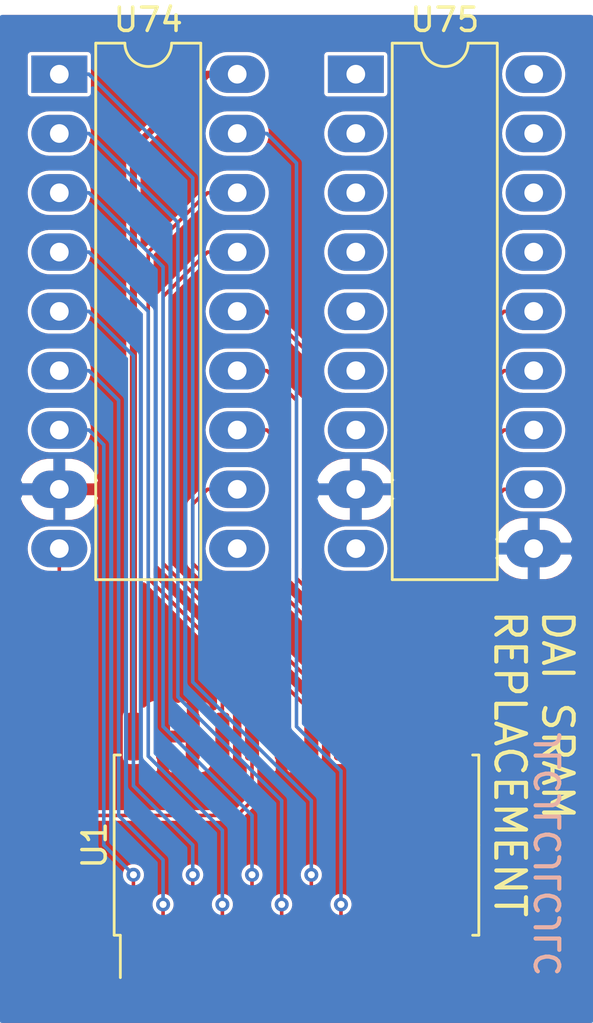
<source format=kicad_pcb>
(kicad_pcb (version 20171130) (host pcbnew "(5.1.9)-1")

  (general
    (thickness 1.6)
    (drawings 2)
    (tracks 120)
    (zones 0)
    (modules 3)
    (nets 22)
  )

  (page A4)
  (layers
    (0 F.Cu signal)
    (31 B.Cu signal)
    (32 B.Adhes user)
    (33 F.Adhes user)
    (34 B.Paste user)
    (35 F.Paste user)
    (36 B.SilkS user)
    (37 F.SilkS user)
    (38 B.Mask user)
    (39 F.Mask user)
    (40 Dwgs.User user)
    (41 Cmts.User user)
    (42 Eco1.User user)
    (43 Eco2.User user)
    (44 Edge.Cuts user)
    (45 Margin user)
    (46 B.CrtYd user)
    (47 F.CrtYd user)
    (48 B.Fab user)
    (49 F.Fab user)
  )

  (setup
    (last_trace_width 0.1524)
    (trace_clearance 0.1524)
    (zone_clearance 0.1524)
    (zone_45_only no)
    (trace_min 0.1524)
    (via_size 0.6)
    (via_drill 0.3)
    (via_min_size 0.6)
    (via_min_drill 0.3)
    (uvia_size 0.3)
    (uvia_drill 0.1)
    (uvias_allowed no)
    (uvia_min_size 0.2)
    (uvia_min_drill 0.1)
    (edge_width 0.05)
    (segment_width 0.2)
    (pcb_text_width 0.3)
    (pcb_text_size 1.5 1.5)
    (mod_edge_width 0.12)
    (mod_text_size 1 1)
    (mod_text_width 0.15)
    (pad_size 1.524 1.524)
    (pad_drill 0.762)
    (pad_to_mask_clearance 0.05)
    (solder_mask_min_width 0.254)
    (aux_axis_origin 0 0)
    (visible_elements FFFFFF7F)
    (pcbplotparams
      (layerselection 0x010fc_ffffffff)
      (usegerberextensions false)
      (usegerberattributes true)
      (usegerberadvancedattributes true)
      (creategerberjobfile true)
      (excludeedgelayer true)
      (linewidth 0.100000)
      (plotframeref false)
      (viasonmask false)
      (mode 1)
      (useauxorigin false)
      (hpglpennumber 1)
      (hpglpenspeed 20)
      (hpglpendiameter 15.000000)
      (psnegative false)
      (psa4output false)
      (plotreference true)
      (plotvalue true)
      (plotinvisibletext false)
      (padsonsilk false)
      (subtractmaskfromsilk false)
      (outputformat 1)
      (mirror false)
      (drillshape 1)
      (scaleselection 1)
      (outputdirectory ""))
  )

  (net 0 "")
  (net 1 /A7)
  (net 2 GND)
  (net 3 /A6)
  (net 4 /D4)
  (net 5 /A5)
  (net 6 /D5)
  (net 7 /A4)
  (net 8 /D6)
  (net 9 /A3)
  (net 10 /D7)
  (net 11 /A2)
  (net 12 /~RAM_EN)
  (net 13 /A1)
  (net 14 /~WR)
  (net 15 /A0)
  (net 16 /~RD)
  (net 17 VCC)
  (net 18 /D0)
  (net 19 /D1)
  (net 20 /D2)
  (net 21 /D3)

  (net_class Default "This is the default net class."
    (clearance 0.1524)
    (trace_width 0.1524)
    (via_dia 0.6)
    (via_drill 0.3)
    (uvia_dia 0.3)
    (uvia_drill 0.1)
    (add_net /A0)
    (add_net /A1)
    (add_net /A2)
    (add_net /A3)
    (add_net /A4)
    (add_net /A5)
    (add_net /A6)
    (add_net /A7)
    (add_net /D0)
    (add_net /D1)
    (add_net /D2)
    (add_net /D3)
    (add_net /D4)
    (add_net /D5)
    (add_net /D6)
    (add_net /D7)
    (add_net /~RAM_EN)
    (add_net /~RD)
    (add_net /~WR)
  )

  (net_class Power ""
    (clearance 0.1524)
    (trace_width 0.3048)
    (via_dia 0.8)
    (via_drill 0.4)
    (uvia_dia 0.3)
    (uvia_drill 0.1)
    (add_net GND)
    (add_net VCC)
  )

  (module Package_DIP:DIP-18_W7.62mm_LongPads (layer F.Cu) (tedit 5A02E8C5) (tstamp 60233C15)
    (at 76.2 50.8)
    (descr "18-lead though-hole mounted DIP package, row spacing 7.62 mm (300 mils), LongPads")
    (tags "THT DIP DIL PDIP 2.54mm 7.62mm 300mil LongPads")
    (path /60403999)
    (fp_text reference U74 (at 3.81 -2.33) (layer F.SilkS)
      (effects (font (size 1 1) (thickness 0.15)))
    )
    (fp_text value 2111 (at 3.81 22.65) (layer F.Fab)
      (effects (font (size 1 1) (thickness 0.15)))
    )
    (fp_line (start 9.1 -1.55) (end -1.45 -1.55) (layer F.CrtYd) (width 0.05))
    (fp_line (start 9.1 21.85) (end 9.1 -1.55) (layer F.CrtYd) (width 0.05))
    (fp_line (start -1.45 21.85) (end 9.1 21.85) (layer F.CrtYd) (width 0.05))
    (fp_line (start -1.45 -1.55) (end -1.45 21.85) (layer F.CrtYd) (width 0.05))
    (fp_line (start 6.06 -1.33) (end 4.81 -1.33) (layer F.SilkS) (width 0.12))
    (fp_line (start 6.06 21.65) (end 6.06 -1.33) (layer F.SilkS) (width 0.12))
    (fp_line (start 1.56 21.65) (end 6.06 21.65) (layer F.SilkS) (width 0.12))
    (fp_line (start 1.56 -1.33) (end 1.56 21.65) (layer F.SilkS) (width 0.12))
    (fp_line (start 2.81 -1.33) (end 1.56 -1.33) (layer F.SilkS) (width 0.12))
    (fp_line (start 0.635 -0.27) (end 1.635 -1.27) (layer F.Fab) (width 0.1))
    (fp_line (start 0.635 21.59) (end 0.635 -0.27) (layer F.Fab) (width 0.1))
    (fp_line (start 6.985 21.59) (end 0.635 21.59) (layer F.Fab) (width 0.1))
    (fp_line (start 6.985 -1.27) (end 6.985 21.59) (layer F.Fab) (width 0.1))
    (fp_line (start 1.635 -1.27) (end 6.985 -1.27) (layer F.Fab) (width 0.1))
    (fp_arc (start 3.81 -1.33) (end 2.81 -1.33) (angle -180) (layer F.SilkS) (width 0.12))
    (fp_text user %R (at 3.81 10.16) (layer F.Fab)
      (effects (font (size 1 1) (thickness 0.15)))
    )
    (pad 1 thru_hole rect (at 0 0) (size 2.4 1.6) (drill 0.8) (layers *.Cu *.Mask)
      (net 1 /A7))
    (pad 10 thru_hole oval (at 7.62 20.32) (size 2.4 1.6) (drill 0.8) (layers *.Cu *.Mask))
    (pad 2 thru_hole oval (at 0 2.54) (size 2.4 1.6) (drill 0.8) (layers *.Cu *.Mask)
      (net 3 /A6))
    (pad 11 thru_hole oval (at 7.62 17.78) (size 2.4 1.6) (drill 0.8) (layers *.Cu *.Mask)
      (net 10 /D7))
    (pad 3 thru_hole oval (at 0 5.08) (size 2.4 1.6) (drill 0.8) (layers *.Cu *.Mask)
      (net 5 /A5))
    (pad 12 thru_hole oval (at 7.62 15.24) (size 2.4 1.6) (drill 0.8) (layers *.Cu *.Mask)
      (net 8 /D6))
    (pad 4 thru_hole oval (at 0 7.62) (size 2.4 1.6) (drill 0.8) (layers *.Cu *.Mask)
      (net 7 /A4))
    (pad 13 thru_hole oval (at 7.62 12.7) (size 2.4 1.6) (drill 0.8) (layers *.Cu *.Mask)
      (net 6 /D5))
    (pad 5 thru_hole oval (at 0 10.16) (size 2.4 1.6) (drill 0.8) (layers *.Cu *.Mask)
      (net 9 /A3))
    (pad 14 thru_hole oval (at 7.62 10.16) (size 2.4 1.6) (drill 0.8) (layers *.Cu *.Mask)
      (net 4 /D4))
    (pad 6 thru_hole oval (at 0 12.7) (size 2.4 1.6) (drill 0.8) (layers *.Cu *.Mask)
      (net 11 /A2))
    (pad 15 thru_hole oval (at 7.62 7.62) (size 2.4 1.6) (drill 0.8) (layers *.Cu *.Mask)
      (net 12 /~RAM_EN))
    (pad 7 thru_hole oval (at 0 15.24) (size 2.4 1.6) (drill 0.8) (layers *.Cu *.Mask)
      (net 13 /A1))
    (pad 16 thru_hole oval (at 7.62 5.08) (size 2.4 1.6) (drill 0.8) (layers *.Cu *.Mask)
      (net 14 /~WR))
    (pad 8 thru_hole oval (at 0 17.78) (size 2.4 1.6) (drill 0.8) (layers *.Cu *.Mask)
      (net 2 GND))
    (pad 17 thru_hole oval (at 7.62 2.54) (size 2.4 1.6) (drill 0.8) (layers *.Cu *.Mask)
      (net 15 /A0))
    (pad 9 thru_hole oval (at 0 20.32) (size 2.4 1.6) (drill 0.8) (layers *.Cu *.Mask)
      (net 16 /~RD))
    (pad 18 thru_hole oval (at 7.62 0) (size 2.4 1.6) (drill 0.8) (layers *.Cu *.Mask)
      (net 17 VCC))
    (model ${KISYS3DMOD}/Package_DIP.3dshapes/DIP-18_W7.62mm.wrl
      (at (xyz 0 0 0))
      (scale (xyz 1 1 1))
      (rotate (xyz 0 0 0))
    )
  )

  (module Package_SO:SOIC-24W_7.5x15.4mm_P1.27mm (layer F.Cu) (tedit 5D9F72B1) (tstamp 60233C44)
    (at 86.36 83.82 90)
    (descr "SOIC, 24 Pin (JEDEC MS-013AD, https://www.analog.com/media/en/package-pcb-resources/package/pkg_pdf/soic_wide-rw/RW_24.pdf), generated with kicad-footprint-generator ipc_gullwing_generator.py")
    (tags "SOIC SO")
    (path /604072B9)
    (attr smd)
    (fp_text reference U1 (at 0 -8.65 90) (layer F.SilkS)
      (effects (font (size 1 1) (thickness 0.15)))
    )
    (fp_text value 6116 (at 0 8.65 90) (layer F.Fab)
      (effects (font (size 1 1) (thickness 0.15)))
    )
    (fp_line (start 5.93 -7.95) (end -5.93 -7.95) (layer F.CrtYd) (width 0.05))
    (fp_line (start 5.93 7.95) (end 5.93 -7.95) (layer F.CrtYd) (width 0.05))
    (fp_line (start -5.93 7.95) (end 5.93 7.95) (layer F.CrtYd) (width 0.05))
    (fp_line (start -5.93 -7.95) (end -5.93 7.95) (layer F.CrtYd) (width 0.05))
    (fp_line (start -3.75 -6.7) (end -2.75 -7.7) (layer F.Fab) (width 0.1))
    (fp_line (start -3.75 7.7) (end -3.75 -6.7) (layer F.Fab) (width 0.1))
    (fp_line (start 3.75 7.7) (end -3.75 7.7) (layer F.Fab) (width 0.1))
    (fp_line (start 3.75 -7.7) (end 3.75 7.7) (layer F.Fab) (width 0.1))
    (fp_line (start -2.75 -7.7) (end 3.75 -7.7) (layer F.Fab) (width 0.1))
    (fp_line (start -3.86 -7.545) (end -5.675 -7.545) (layer F.SilkS) (width 0.12))
    (fp_line (start -3.86 -7.81) (end -3.86 -7.545) (layer F.SilkS) (width 0.12))
    (fp_line (start 0 -7.81) (end -3.86 -7.81) (layer F.SilkS) (width 0.12))
    (fp_line (start 3.86 -7.81) (end 3.86 -7.545) (layer F.SilkS) (width 0.12))
    (fp_line (start 0 -7.81) (end 3.86 -7.81) (layer F.SilkS) (width 0.12))
    (fp_line (start -3.86 7.81) (end -3.86 7.545) (layer F.SilkS) (width 0.12))
    (fp_line (start 0 7.81) (end -3.86 7.81) (layer F.SilkS) (width 0.12))
    (fp_line (start 3.86 7.81) (end 3.86 7.545) (layer F.SilkS) (width 0.12))
    (fp_line (start 0 7.81) (end 3.86 7.81) (layer F.SilkS) (width 0.12))
    (fp_text user %R (at 0 0 90) (layer F.Fab)
      (effects (font (size 1 1) (thickness 0.15)))
    )
    (pad 1 smd roundrect (at -4.65 -6.985 90) (size 2.05 0.6) (layers F.Cu F.Paste F.Mask) (roundrect_rratio 0.25)
      (net 13 /A1))
    (pad 2 smd roundrect (at -4.65 -5.715 90) (size 2.05 0.6) (layers F.Cu F.Paste F.Mask) (roundrect_rratio 0.25)
      (net 11 /A2))
    (pad 3 smd roundrect (at -4.65 -4.445 90) (size 2.05 0.6) (layers F.Cu F.Paste F.Mask) (roundrect_rratio 0.25)
      (net 9 /A3))
    (pad 4 smd roundrect (at -4.65 -3.175 90) (size 2.05 0.6) (layers F.Cu F.Paste F.Mask) (roundrect_rratio 0.25)
      (net 7 /A4))
    (pad 5 smd roundrect (at -4.65 -1.905 90) (size 2.05 0.6) (layers F.Cu F.Paste F.Mask) (roundrect_rratio 0.25)
      (net 5 /A5))
    (pad 6 smd roundrect (at -4.65 -0.635 90) (size 2.05 0.6) (layers F.Cu F.Paste F.Mask) (roundrect_rratio 0.25)
      (net 3 /A6))
    (pad 7 smd roundrect (at -4.65 0.635 90) (size 2.05 0.6) (layers F.Cu F.Paste F.Mask) (roundrect_rratio 0.25)
      (net 1 /A7))
    (pad 8 smd roundrect (at -4.65 1.905 90) (size 2.05 0.6) (layers F.Cu F.Paste F.Mask) (roundrect_rratio 0.25)
      (net 15 /A0))
    (pad 9 smd roundrect (at -4.65 3.175 90) (size 2.05 0.6) (layers F.Cu F.Paste F.Mask) (roundrect_rratio 0.25)
      (net 18 /D0))
    (pad 10 smd roundrect (at -4.65 4.445 90) (size 2.05 0.6) (layers F.Cu F.Paste F.Mask) (roundrect_rratio 0.25)
      (net 19 /D1))
    (pad 11 smd roundrect (at -4.65 5.715 90) (size 2.05 0.6) (layers F.Cu F.Paste F.Mask) (roundrect_rratio 0.25)
      (net 20 /D2))
    (pad 12 smd roundrect (at -4.65 6.985 90) (size 2.05 0.6) (layers F.Cu F.Paste F.Mask) (roundrect_rratio 0.25)
      (net 2 GND))
    (pad 13 smd roundrect (at 4.65 6.985 90) (size 2.05 0.6) (layers F.Cu F.Paste F.Mask) (roundrect_rratio 0.25)
      (net 21 /D3))
    (pad 14 smd roundrect (at 4.65 5.715 90) (size 2.05 0.6) (layers F.Cu F.Paste F.Mask) (roundrect_rratio 0.25)
      (net 4 /D4))
    (pad 15 smd roundrect (at 4.65 4.445 90) (size 2.05 0.6) (layers F.Cu F.Paste F.Mask) (roundrect_rratio 0.25)
      (net 6 /D5))
    (pad 16 smd roundrect (at 4.65 3.175 90) (size 2.05 0.6) (layers F.Cu F.Paste F.Mask) (roundrect_rratio 0.25)
      (net 8 /D6))
    (pad 17 smd roundrect (at 4.65 1.905 90) (size 2.05 0.6) (layers F.Cu F.Paste F.Mask) (roundrect_rratio 0.25)
      (net 10 /D7))
    (pad 18 smd roundrect (at 4.65 0.635 90) (size 2.05 0.6) (layers F.Cu F.Paste F.Mask) (roundrect_rratio 0.25)
      (net 12 /~RAM_EN))
    (pad 19 smd roundrect (at 4.65 -0.635 90) (size 2.05 0.6) (layers F.Cu F.Paste F.Mask) (roundrect_rratio 0.25)
      (net 2 GND))
    (pad 20 smd roundrect (at 4.65 -1.905 90) (size 2.05 0.6) (layers F.Cu F.Paste F.Mask) (roundrect_rratio 0.25)
      (net 16 /~RD))
    (pad 21 smd roundrect (at 4.65 -3.175 90) (size 2.05 0.6) (layers F.Cu F.Paste F.Mask) (roundrect_rratio 0.25)
      (net 14 /~WR))
    (pad 22 smd roundrect (at 4.65 -4.445 90) (size 2.05 0.6) (layers F.Cu F.Paste F.Mask) (roundrect_rratio 0.25)
      (net 2 GND))
    (pad 23 smd roundrect (at 4.65 -5.715 90) (size 2.05 0.6) (layers F.Cu F.Paste F.Mask) (roundrect_rratio 0.25)
      (net 2 GND))
    (pad 24 smd roundrect (at 4.65 -6.985 90) (size 2.05 0.6) (layers F.Cu F.Paste F.Mask) (roundrect_rratio 0.25)
      (net 17 VCC))
    (model ${KISYS3DMOD}/Package_SO.3dshapes/SOIC-24W_7.5x15.4mm_P1.27mm.wrl
      (at (xyz 0 0 0))
      (scale (xyz 1 1 1))
      (rotate (xyz 0 0 0))
    )
  )

  (module Package_DIP:DIP-18_W7.62mm_LongPads (layer F.Cu) (tedit 5A02E8C5) (tstamp 60233C6A)
    (at 88.9 50.8)
    (descr "18-lead though-hole mounted DIP package, row spacing 7.62 mm (300 mils), LongPads")
    (tags "THT DIP DIL PDIP 2.54mm 7.62mm 300mil LongPads")
    (path /60405EDF)
    (fp_text reference U75 (at 3.81 -2.33) (layer F.SilkS)
      (effects (font (size 1 1) (thickness 0.15)))
    )
    (fp_text value 2111 (at 3.81 22.65) (layer F.Fab)
      (effects (font (size 1 1) (thickness 0.15)))
    )
    (fp_text user %R (at 3.81 10.16) (layer F.Fab)
      (effects (font (size 1 1) (thickness 0.15)))
    )
    (fp_arc (start 3.81 -1.33) (end 2.81 -1.33) (angle -180) (layer F.SilkS) (width 0.12))
    (fp_line (start 1.635 -1.27) (end 6.985 -1.27) (layer F.Fab) (width 0.1))
    (fp_line (start 6.985 -1.27) (end 6.985 21.59) (layer F.Fab) (width 0.1))
    (fp_line (start 6.985 21.59) (end 0.635 21.59) (layer F.Fab) (width 0.1))
    (fp_line (start 0.635 21.59) (end 0.635 -0.27) (layer F.Fab) (width 0.1))
    (fp_line (start 0.635 -0.27) (end 1.635 -1.27) (layer F.Fab) (width 0.1))
    (fp_line (start 2.81 -1.33) (end 1.56 -1.33) (layer F.SilkS) (width 0.12))
    (fp_line (start 1.56 -1.33) (end 1.56 21.65) (layer F.SilkS) (width 0.12))
    (fp_line (start 1.56 21.65) (end 6.06 21.65) (layer F.SilkS) (width 0.12))
    (fp_line (start 6.06 21.65) (end 6.06 -1.33) (layer F.SilkS) (width 0.12))
    (fp_line (start 6.06 -1.33) (end 4.81 -1.33) (layer F.SilkS) (width 0.12))
    (fp_line (start -1.45 -1.55) (end -1.45 21.85) (layer F.CrtYd) (width 0.05))
    (fp_line (start -1.45 21.85) (end 9.1 21.85) (layer F.CrtYd) (width 0.05))
    (fp_line (start 9.1 21.85) (end 9.1 -1.55) (layer F.CrtYd) (width 0.05))
    (fp_line (start 9.1 -1.55) (end -1.45 -1.55) (layer F.CrtYd) (width 0.05))
    (pad 18 thru_hole oval (at 7.62 0) (size 2.4 1.6) (drill 0.8) (layers *.Cu *.Mask))
    (pad 9 thru_hole oval (at 0 20.32) (size 2.4 1.6) (drill 0.8) (layers *.Cu *.Mask))
    (pad 17 thru_hole oval (at 7.62 2.54) (size 2.4 1.6) (drill 0.8) (layers *.Cu *.Mask))
    (pad 8 thru_hole oval (at 0 17.78) (size 2.4 1.6) (drill 0.8) (layers *.Cu *.Mask)
      (net 2 GND))
    (pad 16 thru_hole oval (at 7.62 5.08) (size 2.4 1.6) (drill 0.8) (layers *.Cu *.Mask))
    (pad 7 thru_hole oval (at 0 15.24) (size 2.4 1.6) (drill 0.8) (layers *.Cu *.Mask))
    (pad 15 thru_hole oval (at 7.62 7.62) (size 2.4 1.6) (drill 0.8) (layers *.Cu *.Mask))
    (pad 6 thru_hole oval (at 0 12.7) (size 2.4 1.6) (drill 0.8) (layers *.Cu *.Mask))
    (pad 14 thru_hole oval (at 7.62 10.16) (size 2.4 1.6) (drill 0.8) (layers *.Cu *.Mask)
      (net 21 /D3))
    (pad 5 thru_hole oval (at 0 10.16) (size 2.4 1.6) (drill 0.8) (layers *.Cu *.Mask))
    (pad 13 thru_hole oval (at 7.62 12.7) (size 2.4 1.6) (drill 0.8) (layers *.Cu *.Mask)
      (net 18 /D0))
    (pad 4 thru_hole oval (at 0 7.62) (size 2.4 1.6) (drill 0.8) (layers *.Cu *.Mask))
    (pad 12 thru_hole oval (at 7.62 15.24) (size 2.4 1.6) (drill 0.8) (layers *.Cu *.Mask)
      (net 19 /D1))
    (pad 3 thru_hole oval (at 0 5.08) (size 2.4 1.6) (drill 0.8) (layers *.Cu *.Mask))
    (pad 11 thru_hole oval (at 7.62 17.78) (size 2.4 1.6) (drill 0.8) (layers *.Cu *.Mask)
      (net 20 /D2))
    (pad 2 thru_hole oval (at 0 2.54) (size 2.4 1.6) (drill 0.8) (layers *.Cu *.Mask))
    (pad 10 thru_hole oval (at 7.62 20.32) (size 2.4 1.6) (drill 0.8) (layers *.Cu *.Mask)
      (net 2 GND))
    (pad 1 thru_hole rect (at 0 0) (size 2.4 1.6) (drill 0.8) (layers *.Cu *.Mask))
    (model ${KISYS3DMOD}/Package_DIP.3dshapes/DIP-18_W7.62mm.wrl
      (at (xyz 0 0 0))
      (scale (xyz 1 1 1))
      (rotate (xyz 0 0 0))
    )
  )

  (gr_text JLCJLCJLCJLC (at 97.155 89.535 90) (layer B.SilkS)
    (effects (font (size 1.016 1.016) (thickness 0.1778)) (justify right mirror))
  )
  (gr_text "DAI SRAM\nREPLACEMENT" (at 96.52 73.66 -90) (layer F.SilkS)
    (effects (font (size 1.27 1.27) (thickness 0.1778)) (justify left))
  )

  (segment (start 79.375 88.47) (end 79.375 85.09) (width 0.1524) (layer F.Cu) (net 13))
  (via (at 79.375 85.09) (size 0.6) (drill 0.3) (layers F.Cu B.Cu) (net 13))
  (segment (start 80.645 88.47) (end 80.645 86.36) (width 0.1524) (layer F.Cu) (net 11))
  (via (at 80.645 86.36) (size 0.6) (drill 0.3) (layers F.Cu B.Cu) (net 11))
  (segment (start 92.075 76.835) (end 92.075 79.17) (width 0.1524) (layer F.Cu) (net 4))
  (segment (start 86.995 71.755) (end 92.075 76.835) (width 0.1524) (layer F.Cu) (net 4))
  (segment (start 86.995 62.865) (end 86.995 71.755) (width 0.1524) (layer F.Cu) (net 4))
  (segment (start 85.09 60.96) (end 86.995 62.865) (width 0.1524) (layer F.Cu) (net 4))
  (segment (start 83.82 60.96) (end 85.09 60.96) (width 0.1524) (layer F.Cu) (net 4))
  (segment (start 81.915 88.47) (end 81.915 85.09) (width 0.1524) (layer F.Cu) (net 9))
  (via (at 81.915 85.09) (size 0.6) (drill 0.3) (layers F.Cu B.Cu) (net 9))
  (segment (start 86.36 72.39) (end 90.805 76.835) (width 0.1524) (layer F.Cu) (net 6))
  (segment (start 86.36 64.77) (end 86.36 72.39) (width 0.1524) (layer F.Cu) (net 6))
  (segment (start 90.805 76.835) (end 90.805 79.17) (width 0.1524) (layer F.Cu) (net 6))
  (segment (start 85.09 63.5) (end 86.36 64.77) (width 0.1524) (layer F.Cu) (net 6))
  (segment (start 83.82 63.5) (end 85.09 63.5) (width 0.1524) (layer F.Cu) (net 6))
  (segment (start 83.185 88.47) (end 83.185 86.36) (width 0.1524) (layer F.Cu) (net 7))
  (via (at 83.185 86.36) (size 0.6) (drill 0.3) (layers F.Cu B.Cu) (net 7))
  (segment (start 89.535 79.17) (end 89.535 76.835) (width 0.1524) (layer F.Cu) (net 8))
  (segment (start 89.535 76.835) (end 86.36 73.66) (width 0.1524) (layer F.Cu) (net 8))
  (segment (start 83.82 66.04) (end 85.09 66.04) (width 0.1524) (layer F.Cu) (net 8))
  (segment (start 85.09 66.04) (end 85.725 66.675) (width 0.1524) (layer F.Cu) (net 8))
  (segment (start 85.725 66.675) (end 85.725 73.025) (width 0.1524) (layer F.Cu) (net 8))
  (segment (start 85.725 73.025) (end 86.36 73.66) (width 0.1524) (layer F.Cu) (net 8))
  (segment (start 84.455 88.47) (end 84.455 85.09) (width 0.1524) (layer F.Cu) (net 5))
  (via (at 84.455 85.09) (size 0.6) (drill 0.3) (layers F.Cu B.Cu) (net 5))
  (segment (start 85.725 88.47) (end 85.725 86.36) (width 0.1524) (layer F.Cu) (net 3))
  (via (at 85.725 86.36) (size 0.6) (drill 0.3) (layers F.Cu B.Cu) (net 3))
  (segment (start 86.995 88.47) (end 86.995 85.09) (width 0.1524) (layer F.Cu) (net 1))
  (via (at 86.995 85.09) (size 0.6) (drill 0.3) (layers F.Cu B.Cu) (net 1))
  (segment (start 86.995 85.09) (end 86.995 81.915) (width 0.1524) (layer B.Cu) (net 1))
  (segment (start 86.995 81.915) (end 81.915 76.835) (width 0.1524) (layer B.Cu) (net 1))
  (segment (start 81.915 76.835) (end 81.915 55.245) (width 0.1524) (layer B.Cu) (net 1))
  (segment (start 77.47 50.8) (end 76.2 50.8) (width 0.1524) (layer B.Cu) (net 1))
  (segment (start 81.915 55.245) (end 77.47 50.8) (width 0.1524) (layer B.Cu) (net 1))
  (segment (start 85.725 86.36) (end 85.725 81.915) (width 0.1524) (layer B.Cu) (net 3))
  (segment (start 85.725 81.915) (end 81.28 77.47) (width 0.1524) (layer B.Cu) (net 3))
  (segment (start 81.28 77.47) (end 81.28 57.15) (width 0.1524) (layer B.Cu) (net 3))
  (segment (start 77.47 53.34) (end 76.2 53.34) (width 0.1524) (layer B.Cu) (net 3))
  (segment (start 81.28 57.15) (end 77.47 53.34) (width 0.1524) (layer B.Cu) (net 3))
  (segment (start 84.455 85.09) (end 84.455 82.55) (width 0.1524) (layer B.Cu) (net 5))
  (segment (start 84.455 82.55) (end 80.645 78.74) (width 0.1524) (layer B.Cu) (net 5))
  (segment (start 80.645 78.74) (end 80.645 59.055) (width 0.1524) (layer B.Cu) (net 5))
  (segment (start 77.47 55.88) (end 76.2 55.88) (width 0.1524) (layer B.Cu) (net 5))
  (segment (start 80.645 59.055) (end 77.47 55.88) (width 0.1524) (layer B.Cu) (net 5))
  (segment (start 77.47 58.42) (end 76.2 58.42) (width 0.1524) (layer B.Cu) (net 7))
  (segment (start 80.01 80.01) (end 80.01 60.96) (width 0.1524) (layer B.Cu) (net 7))
  (segment (start 80.01 60.96) (end 77.47 58.42) (width 0.1524) (layer B.Cu) (net 7))
  (segment (start 83.185 83.185) (end 80.01 80.01) (width 0.1524) (layer B.Cu) (net 7))
  (segment (start 83.185 86.36) (end 83.185 83.185) (width 0.1524) (layer B.Cu) (net 7))
  (segment (start 77.47 60.96) (end 76.2 60.96) (width 0.1524) (layer B.Cu) (net 9))
  (segment (start 79.375 81.28) (end 79.375 62.865) (width 0.1524) (layer B.Cu) (net 9))
  (segment (start 79.375 62.865) (end 77.47 60.96) (width 0.1524) (layer B.Cu) (net 9))
  (segment (start 81.915 83.82) (end 79.375 81.28) (width 0.1524) (layer B.Cu) (net 9))
  (segment (start 81.915 85.09) (end 81.915 83.82) (width 0.1524) (layer B.Cu) (net 9))
  (segment (start 82.55 68.58) (end 83.82 68.58) (width 0.1524) (layer F.Cu) (net 10))
  (segment (start 81.915 69.215) (end 82.55 68.58) (width 0.1524) (layer F.Cu) (net 10))
  (segment (start 81.915 71.755) (end 81.915 69.215) (width 0.1524) (layer F.Cu) (net 10))
  (segment (start 88.265 78.105) (end 81.915 71.755) (width 0.1524) (layer F.Cu) (net 10))
  (segment (start 88.265 79.17) (end 88.265 78.105) (width 0.1524) (layer F.Cu) (net 10))
  (segment (start 77.47 63.5) (end 76.2 63.5) (width 0.1524) (layer B.Cu) (net 11))
  (segment (start 78.74 64.77) (end 77.47 63.5) (width 0.1524) (layer B.Cu) (net 11))
  (segment (start 78.74 82.55) (end 78.74 64.77) (width 0.1524) (layer B.Cu) (net 11))
  (segment (start 80.645 84.455) (end 78.74 82.55) (width 0.1524) (layer B.Cu) (net 11))
  (segment (start 80.645 86.36) (end 80.645 84.455) (width 0.1524) (layer B.Cu) (net 11))
  (segment (start 82.55 58.42) (end 83.82 58.42) (width 0.1524) (layer F.Cu) (net 12))
  (segment (start 80.645 60.325) (end 82.55 58.42) (width 0.1524) (layer F.Cu) (net 12))
  (segment (start 80.645 71.755) (end 80.645 60.325) (width 0.1524) (layer F.Cu) (net 12))
  (segment (start 86.995 78.105) (end 80.645 71.755) (width 0.1524) (layer F.Cu) (net 12))
  (segment (start 86.995 79.17) (end 86.995 78.105) (width 0.1524) (layer F.Cu) (net 12))
  (segment (start 77.47 66.04) (end 76.2 66.04) (width 0.1524) (layer B.Cu) (net 13))
  (segment (start 78.105 66.675) (end 77.47 66.04) (width 0.1524) (layer B.Cu) (net 13))
  (segment (start 78.105 83.82) (end 78.105 66.675) (width 0.1524) (layer B.Cu) (net 13))
  (segment (start 79.375 85.09) (end 78.105 83.82) (width 0.1524) (layer B.Cu) (net 13))
  (segment (start 80.01 58.42) (end 82.55 55.88) (width 0.1524) (layer F.Cu) (net 14))
  (segment (start 80.01 72.39) (end 80.01 58.42) (width 0.1524) (layer F.Cu) (net 14))
  (segment (start 83.185 75.565) (end 80.01 72.39) (width 0.1524) (layer F.Cu) (net 14))
  (segment (start 82.55 55.88) (end 83.82 55.88) (width 0.1524) (layer F.Cu) (net 14))
  (segment (start 83.185 79.17) (end 83.185 75.565) (width 0.1524) (layer F.Cu) (net 14))
  (segment (start 88.265 88.47) (end 88.265 86.36) (width 0.1524) (layer F.Cu) (net 15))
  (via (at 88.265 86.36) (size 0.6) (drill 0.3) (layers F.Cu B.Cu) (net 15))
  (segment (start 88.265 86.36) (end 88.265 80.645) (width 0.1524) (layer B.Cu) (net 15))
  (segment (start 88.265 80.645) (end 86.36 78.74) (width 0.1524) (layer B.Cu) (net 15))
  (segment (start 86.36 78.74) (end 86.36 54.61) (width 0.1524) (layer B.Cu) (net 15))
  (segment (start 85.09 53.34) (end 83.82 53.34) (width 0.1524) (layer B.Cu) (net 15))
  (segment (start 86.36 54.61) (end 85.09 53.34) (width 0.1524) (layer B.Cu) (net 15))
  (segment (start 76.2 81.28) (end 76.2 71.12) (width 0.1524) (layer F.Cu) (net 16))
  (segment (start 77.47 82.55) (end 76.2 81.28) (width 0.1524) (layer F.Cu) (net 16))
  (segment (start 83.82 82.55) (end 77.47 82.55) (width 0.1524) (layer F.Cu) (net 16))
  (segment (start 84.455 81.915) (end 83.82 82.55) (width 0.1524) (layer F.Cu) (net 16))
  (segment (start 84.455 79.17) (end 84.455 81.915) (width 0.1524) (layer F.Cu) (net 16))
  (segment (start 79.375 79.17) (end 79.375 53.975) (width 0.3048) (layer F.Cu) (net 17))
  (segment (start 82.55 50.8) (end 83.82 50.8) (width 0.3048) (layer F.Cu) (net 17))
  (segment (start 79.375 53.975) (end 82.55 50.8) (width 0.3048) (layer F.Cu) (net 17))
  (segment (start 95.25 63.5) (end 96.52 63.5) (width 0.1524) (layer F.Cu) (net 18))
  (segment (start 93.345 74.93) (end 93.345 65.405) (width 0.1524) (layer F.Cu) (net 18))
  (segment (start 95.25 76.835) (end 93.345 74.93) (width 0.1524) (layer F.Cu) (net 18))
  (segment (start 89.535 86.995) (end 95.25 81.28) (width 0.1524) (layer F.Cu) (net 18))
  (segment (start 93.345 65.405) (end 95.25 63.5) (width 0.1524) (layer F.Cu) (net 18))
  (segment (start 95.25 81.28) (end 95.25 76.835) (width 0.1524) (layer F.Cu) (net 18))
  (segment (start 89.535 88.47) (end 89.535 86.995) (width 0.1524) (layer F.Cu) (net 18))
  (segment (start 95.25 66.04) (end 96.52 66.04) (width 0.1524) (layer F.Cu) (net 19))
  (segment (start 93.98 67.31) (end 95.25 66.04) (width 0.1524) (layer F.Cu) (net 19))
  (segment (start 95.885 76.2) (end 93.98 74.295) (width 0.1524) (layer F.Cu) (net 19))
  (segment (start 93.98 74.295) (end 93.98 67.31) (width 0.1524) (layer F.Cu) (net 19))
  (segment (start 95.885 81.915) (end 95.885 76.2) (width 0.1524) (layer F.Cu) (net 19))
  (segment (start 90.805 86.995) (end 95.885 81.915) (width 0.1524) (layer F.Cu) (net 19))
  (segment (start 90.805 88.47) (end 90.805 86.995) (width 0.1524) (layer F.Cu) (net 19))
  (segment (start 92.075 86.995) (end 92.075 88.47) (width 0.1524) (layer F.Cu) (net 20))
  (segment (start 96.52 82.55) (end 92.075 86.995) (width 0.1524) (layer F.Cu) (net 20))
  (segment (start 94.615 73.66) (end 96.52 75.565) (width 0.1524) (layer F.Cu) (net 20))
  (segment (start 96.52 75.565) (end 96.52 82.55) (width 0.1524) (layer F.Cu) (net 20))
  (segment (start 94.615 69.215) (end 94.615 73.66) (width 0.1524) (layer F.Cu) (net 20))
  (segment (start 95.25 68.58) (end 94.615 69.215) (width 0.1524) (layer F.Cu) (net 20))
  (segment (start 96.52 68.58) (end 95.25 68.58) (width 0.1524) (layer F.Cu) (net 20))
  (segment (start 95.25 60.96) (end 96.52 60.96) (width 0.1524) (layer F.Cu) (net 21))
  (segment (start 92.71 63.5) (end 95.25 60.96) (width 0.1524) (layer F.Cu) (net 21))
  (segment (start 92.71 75.565) (end 92.71 63.5) (width 0.1524) (layer F.Cu) (net 21))
  (segment (start 93.345 76.2) (end 92.71 75.565) (width 0.1524) (layer F.Cu) (net 21))
  (segment (start 93.345 79.17) (end 93.345 76.2) (width 0.1524) (layer F.Cu) (net 21))

  (zone (net 2) (net_name GND) (layer F.Cu) (tstamp 0) (hatch edge 0.508)
    (connect_pads (clearance 0.1524))
    (min_thickness 0.254)
    (fill yes (arc_segments 32) (thermal_gap 0.508) (thermal_bridge_width 0.508))
    (polygon
      (pts
        (xy 99.06 91.44) (xy 73.66 91.44) (xy 73.66 48.26) (xy 99.06 48.26)
      )
    )
    (filled_polygon
      (pts
        (xy 98.933 91.313) (xy 73.787 91.313) (xy 73.787 87.595) (xy 78.794249 87.595) (xy 78.794249 89.345)
        (xy 78.802526 89.429035) (xy 78.827038 89.509841) (xy 78.866844 89.584312) (xy 78.920413 89.649587) (xy 78.985688 89.703156)
        (xy 79.060159 89.742962) (xy 79.140965 89.767474) (xy 79.225 89.775751) (xy 79.525 89.775751) (xy 79.609035 89.767474)
        (xy 79.689841 89.742962) (xy 79.764312 89.703156) (xy 79.829587 89.649587) (xy 79.883156 89.584312) (xy 79.922962 89.509841)
        (xy 79.947474 89.429035) (xy 79.955751 89.345) (xy 79.955751 87.595) (xy 80.064249 87.595) (xy 80.064249 89.345)
        (xy 80.072526 89.429035) (xy 80.097038 89.509841) (xy 80.136844 89.584312) (xy 80.190413 89.649587) (xy 80.255688 89.703156)
        (xy 80.330159 89.742962) (xy 80.410965 89.767474) (xy 80.495 89.775751) (xy 80.795 89.775751) (xy 80.879035 89.767474)
        (xy 80.959841 89.742962) (xy 81.034312 89.703156) (xy 81.099587 89.649587) (xy 81.153156 89.584312) (xy 81.192962 89.509841)
        (xy 81.217474 89.429035) (xy 81.225751 89.345) (xy 81.225751 87.595) (xy 81.334249 87.595) (xy 81.334249 89.345)
        (xy 81.342526 89.429035) (xy 81.367038 89.509841) (xy 81.406844 89.584312) (xy 81.460413 89.649587) (xy 81.525688 89.703156)
        (xy 81.600159 89.742962) (xy 81.680965 89.767474) (xy 81.765 89.775751) (xy 82.065 89.775751) (xy 82.149035 89.767474)
        (xy 82.229841 89.742962) (xy 82.304312 89.703156) (xy 82.369587 89.649587) (xy 82.423156 89.584312) (xy 82.462962 89.509841)
        (xy 82.487474 89.429035) (xy 82.495751 89.345) (xy 82.495751 87.595) (xy 82.604249 87.595) (xy 82.604249 89.345)
        (xy 82.612526 89.429035) (xy 82.637038 89.509841) (xy 82.676844 89.584312) (xy 82.730413 89.649587) (xy 82.795688 89.703156)
        (xy 82.870159 89.742962) (xy 82.950965 89.767474) (xy 83.035 89.775751) (xy 83.335 89.775751) (xy 83.419035 89.767474)
        (xy 83.499841 89.742962) (xy 83.574312 89.703156) (xy 83.639587 89.649587) (xy 83.693156 89.584312) (xy 83.732962 89.509841)
        (xy 83.757474 89.429035) (xy 83.765751 89.345) (xy 83.765751 87.595) (xy 83.874249 87.595) (xy 83.874249 89.345)
        (xy 83.882526 89.429035) (xy 83.907038 89.509841) (xy 83.946844 89.584312) (xy 84.000413 89.649587) (xy 84.065688 89.703156)
        (xy 84.140159 89.742962) (xy 84.220965 89.767474) (xy 84.305 89.775751) (xy 84.605 89.775751) (xy 84.689035 89.767474)
        (xy 84.769841 89.742962) (xy 84.844312 89.703156) (xy 84.909587 89.649587) (xy 84.963156 89.584312) (xy 85.002962 89.509841)
        (xy 85.027474 89.429035) (xy 85.035751 89.345) (xy 85.035751 87.595) (xy 85.144249 87.595) (xy 85.144249 89.345)
        (xy 85.152526 89.429035) (xy 85.177038 89.509841) (xy 85.216844 89.584312) (xy 85.270413 89.649587) (xy 85.335688 89.703156)
        (xy 85.410159 89.742962) (xy 85.490965 89.767474) (xy 85.575 89.775751) (xy 85.875 89.775751) (xy 85.959035 89.767474)
        (xy 86.039841 89.742962) (xy 86.114312 89.703156) (xy 86.179587 89.649587) (xy 86.233156 89.584312) (xy 86.272962 89.509841)
        (xy 86.297474 89.429035) (xy 86.305751 89.345) (xy 86.305751 87.595) (xy 86.414249 87.595) (xy 86.414249 89.345)
        (xy 86.422526 89.429035) (xy 86.447038 89.509841) (xy 86.486844 89.584312) (xy 86.540413 89.649587) (xy 86.605688 89.703156)
        (xy 86.680159 89.742962) (xy 86.760965 89.767474) (xy 86.845 89.775751) (xy 87.145 89.775751) (xy 87.229035 89.767474)
        (xy 87.309841 89.742962) (xy 87.384312 89.703156) (xy 87.449587 89.649587) (xy 87.503156 89.584312) (xy 87.542962 89.509841)
        (xy 87.567474 89.429035) (xy 87.575751 89.345) (xy 87.575751 87.595) (xy 87.684249 87.595) (xy 87.684249 89.345)
        (xy 87.692526 89.429035) (xy 87.717038 89.509841) (xy 87.756844 89.584312) (xy 87.810413 89.649587) (xy 87.875688 89.703156)
        (xy 87.950159 89.742962) (xy 88.030965 89.767474) (xy 88.115 89.775751) (xy 88.415 89.775751) (xy 88.499035 89.767474)
        (xy 88.579841 89.742962) (xy 88.654312 89.703156) (xy 88.719587 89.649587) (xy 88.773156 89.584312) (xy 88.812962 89.509841)
        (xy 88.837474 89.429035) (xy 88.845751 89.345) (xy 88.845751 87.595) (xy 88.954249 87.595) (xy 88.954249 89.345)
        (xy 88.962526 89.429035) (xy 88.987038 89.509841) (xy 89.026844 89.584312) (xy 89.080413 89.649587) (xy 89.145688 89.703156)
        (xy 89.220159 89.742962) (xy 89.300965 89.767474) (xy 89.385 89.775751) (xy 89.685 89.775751) (xy 89.769035 89.767474)
        (xy 89.849841 89.742962) (xy 89.924312 89.703156) (xy 89.989587 89.649587) (xy 90.043156 89.584312) (xy 90.082962 89.509841)
        (xy 90.107474 89.429035) (xy 90.115751 89.345) (xy 90.115751 87.595) (xy 90.107474 87.510965) (xy 90.082962 87.430159)
        (xy 90.043156 87.355688) (xy 89.989587 87.290413) (xy 89.924312 87.236844) (xy 89.8906 87.218824) (xy 89.8906 87.142293)
        (xy 95.489104 81.54379) (xy 95.502662 81.532663) (xy 95.51379 81.519104) (xy 95.513795 81.519099) (xy 95.5294 81.500084)
        (xy 95.5294 81.767706) (xy 90.565901 86.731206) (xy 90.552338 86.742337) (xy 90.5079 86.796484) (xy 90.49139 86.827372)
        (xy 90.47488 86.858259) (xy 90.454546 86.92529) (xy 90.447681 86.995) (xy 90.449401 87.012465) (xy 90.449401 87.218824)
        (xy 90.415688 87.236844) (xy 90.350413 87.290413) (xy 90.296844 87.355688) (xy 90.257038 87.430159) (xy 90.232526 87.510965)
        (xy 90.224249 87.595) (xy 90.224249 89.345) (xy 90.232526 89.429035) (xy 90.257038 89.509841) (xy 90.296844 89.584312)
        (xy 90.350413 89.649587) (xy 90.415688 89.703156) (xy 90.490159 89.742962) (xy 90.570965 89.767474) (xy 90.655 89.775751)
        (xy 90.955 89.775751) (xy 91.039035 89.767474) (xy 91.119841 89.742962) (xy 91.194312 89.703156) (xy 91.259587 89.649587)
        (xy 91.313156 89.584312) (xy 91.352962 89.509841) (xy 91.377474 89.429035) (xy 91.385751 89.345) (xy 91.385751 87.595)
        (xy 91.377474 87.510965) (xy 91.352962 87.430159) (xy 91.313156 87.355688) (xy 91.259587 87.290413) (xy 91.194312 87.236844)
        (xy 91.1606 87.218824) (xy 91.1606 87.142293) (xy 96.124104 82.17879) (xy 96.137662 82.167663) (xy 96.14879 82.154104)
        (xy 96.148795 82.154099) (xy 96.164401 82.135083) (xy 96.164401 82.402704) (xy 91.835902 86.731205) (xy 91.822337 86.742338)
        (xy 91.777899 86.796485) (xy 91.744879 86.858261) (xy 91.7334 86.896103) (xy 91.727831 86.914463) (xy 91.724546 86.925291)
        (xy 91.7194 86.977538) (xy 91.7194 86.977545) (xy 91.717681 86.995) (xy 91.7194 87.012456) (xy 91.7194 87.218824)
        (xy 91.685688 87.236844) (xy 91.620413 87.290413) (xy 91.566844 87.355688) (xy 91.527038 87.430159) (xy 91.502526 87.510965)
        (xy 91.494249 87.595) (xy 91.494249 89.345) (xy 91.502526 89.429035) (xy 91.527038 89.509841) (xy 91.566844 89.584312)
        (xy 91.620413 89.649587) (xy 91.685688 89.703156) (xy 91.760159 89.742962) (xy 91.840965 89.767474) (xy 91.925 89.775751)
        (xy 92.225 89.775751) (xy 92.309035 89.767474) (xy 92.389841 89.742962) (xy 92.447325 89.712236) (xy 92.455498 89.73918)
        (xy 92.514463 89.849494) (xy 92.593815 89.946185) (xy 92.690506 90.025537) (xy 92.80082 90.084502) (xy 92.920518 90.120812)
        (xy 93.045 90.133072) (xy 93.05925 90.13) (xy 93.218 89.97125) (xy 93.218 88.597) (xy 93.472 88.597)
        (xy 93.472 89.97125) (xy 93.63075 90.13) (xy 93.645 90.133072) (xy 93.769482 90.120812) (xy 93.88918 90.084502)
        (xy 93.999494 90.025537) (xy 94.096185 89.946185) (xy 94.175537 89.849494) (xy 94.234502 89.73918) (xy 94.270812 89.619482)
        (xy 94.283072 89.495) (xy 94.28 88.75575) (xy 94.12125 88.597) (xy 93.472 88.597) (xy 93.218 88.597)
        (xy 93.198 88.597) (xy 93.198 88.343) (xy 93.218 88.343) (xy 93.218 86.96875) (xy 93.472 86.96875)
        (xy 93.472 88.343) (xy 94.12125 88.343) (xy 94.28 88.18425) (xy 94.283072 87.445) (xy 94.270812 87.320518)
        (xy 94.234502 87.20082) (xy 94.175537 87.090506) (xy 94.096185 86.993815) (xy 93.999494 86.914463) (xy 93.88918 86.855498)
        (xy 93.769482 86.819188) (xy 93.645 86.806928) (xy 93.63075 86.81) (xy 93.472 86.96875) (xy 93.218 86.96875)
        (xy 93.05925 86.81) (xy 93.045 86.806928) (xy 92.920518 86.819188) (xy 92.80082 86.855498) (xy 92.690506 86.914463)
        (xy 92.593815 86.993815) (xy 92.514463 87.090506) (xy 92.455498 87.20082) (xy 92.447325 87.227764) (xy 92.4306 87.218824)
        (xy 92.4306 87.142293) (xy 96.759105 82.81379) (xy 96.772663 82.802663) (xy 96.78379 82.789105) (xy 96.783795 82.7891)
        (xy 96.8171 82.748517) (xy 96.817102 82.748515) (xy 96.850121 82.68674) (xy 96.870454 82.61971) (xy 96.8756 82.567463)
        (xy 96.8756 82.567454) (xy 96.877319 82.550001) (xy 96.8756 82.532548) (xy 96.8756 75.582455) (xy 96.877319 75.565)
        (xy 96.8756 75.547544) (xy 96.8756 75.547537) (xy 96.870454 75.49529) (xy 96.850121 75.42826) (xy 96.817101 75.366484)
        (xy 96.799438 75.344962) (xy 96.783795 75.325901) (xy 96.78379 75.325896) (xy 96.772662 75.312337) (xy 96.759104 75.30121)
        (xy 94.9706 73.512707) (xy 94.9706 71.979117) (xy 95.0155 72.044895) (xy 95.217161 72.242601) (xy 95.453517 72.397166)
        (xy 95.715486 72.50265) (xy 95.993 72.555) (xy 96.393 72.555) (xy 96.393 71.247) (xy 96.647 71.247)
        (xy 96.647 72.555) (xy 97.047 72.555) (xy 97.324514 72.50265) (xy 97.586483 72.397166) (xy 97.822839 72.242601)
        (xy 98.0245 72.044895) (xy 98.183715 71.811646) (xy 98.294367 71.551818) (xy 98.311904 71.469039) (xy 98.189915 71.247)
        (xy 96.647 71.247) (xy 96.393 71.247) (xy 96.373 71.247) (xy 96.373 70.993) (xy 96.393 70.993)
        (xy 96.393 69.685) (xy 96.647 69.685) (xy 96.647 70.993) (xy 98.189915 70.993) (xy 98.311904 70.770961)
        (xy 98.294367 70.688182) (xy 98.183715 70.428354) (xy 98.0245 70.195105) (xy 97.822839 69.997399) (xy 97.586483 69.842834)
        (xy 97.324514 69.73735) (xy 97.047 69.685) (xy 96.647 69.685) (xy 96.393 69.685) (xy 95.993 69.685)
        (xy 95.715486 69.73735) (xy 95.453517 69.842834) (xy 95.217161 69.997399) (xy 95.0155 70.195105) (xy 94.9706 70.260883)
        (xy 94.9706 69.362293) (xy 95.194532 69.138361) (xy 95.21817 69.182584) (xy 95.353056 69.346944) (xy 95.517416 69.48183)
        (xy 95.704933 69.58206) (xy 95.908401 69.643781) (xy 96.066981 69.6594) (xy 96.973019 69.6594) (xy 97.131599 69.643781)
        (xy 97.335067 69.58206) (xy 97.522584 69.48183) (xy 97.686944 69.346944) (xy 97.82183 69.182584) (xy 97.92206 68.995067)
        (xy 97.983781 68.791599) (xy 98.004622 68.58) (xy 97.983781 68.368401) (xy 97.92206 68.164933) (xy 97.82183 67.977416)
        (xy 97.686944 67.813056) (xy 97.522584 67.67817) (xy 97.335067 67.57794) (xy 97.131599 67.516219) (xy 96.973019 67.5006)
        (xy 96.066981 67.5006) (xy 95.908401 67.516219) (xy 95.704933 67.57794) (xy 95.517416 67.67817) (xy 95.353056 67.813056)
        (xy 95.21817 67.977416) (xy 95.11794 68.164933) (xy 95.088091 68.263332) (xy 95.051484 68.282899) (xy 94.997337 68.327337)
        (xy 94.986206 68.3409) (xy 94.375901 68.951206) (xy 94.362337 68.962338) (xy 94.3356 68.994917) (xy 94.3356 67.457293)
        (xy 95.194533 66.598362) (xy 95.21817 66.642584) (xy 95.353056 66.806944) (xy 95.517416 66.94183) (xy 95.704933 67.04206)
        (xy 95.908401 67.103781) (xy 96.066981 67.1194) (xy 96.973019 67.1194) (xy 97.131599 67.103781) (xy 97.335067 67.04206)
        (xy 97.522584 66.94183) (xy 97.686944 66.806944) (xy 97.82183 66.642584) (xy 97.92206 66.455067) (xy 97.983781 66.251599)
        (xy 98.004622 66.04) (xy 97.983781 65.828401) (xy 97.92206 65.624933) (xy 97.82183 65.437416) (xy 97.686944 65.273056)
        (xy 97.522584 65.13817) (xy 97.335067 65.03794) (xy 97.131599 64.976219) (xy 96.973019 64.9606) (xy 96.066981 64.9606)
        (xy 95.908401 64.976219) (xy 95.704933 65.03794) (xy 95.517416 65.13817) (xy 95.353056 65.273056) (xy 95.21817 65.437416)
        (xy 95.11794 65.624933) (xy 95.088091 65.723332) (xy 95.051484 65.742899) (xy 95.051482 65.7429) (xy 95.051483 65.7429)
        (xy 95.0109 65.776205) (xy 95.010895 65.77621) (xy 94.997337 65.787337) (xy 94.98621 65.800895) (xy 93.740901 67.046206)
        (xy 93.727338 67.057337) (xy 93.7006 67.089917) (xy 93.7006 65.552293) (xy 95.194532 64.058361) (xy 95.21817 64.102584)
        (xy 95.353056 64.266944) (xy 95.517416 64.40183) (xy 95.704933 64.50206) (xy 95.908401 64.563781) (xy 96.066981 64.5794)
        (xy 96.973019 64.5794) (xy 97.131599 64.563781) (xy 97.335067 64.50206) (xy 97.522584 64.40183) (xy 97.686944 64.266944)
        (xy 97.82183 64.102584) (xy 97.92206 63.915067) (xy 97.983781 63.711599) (xy 98.004622 63.5) (xy 97.983781 63.288401)
        (xy 97.92206 63.084933) (xy 97.82183 62.897416) (xy 97.686944 62.733056) (xy 97.522584 62.59817) (xy 97.335067 62.49794)
        (xy 97.131599 62.436219) (xy 96.973019 62.4206) (xy 96.066981 62.4206) (xy 95.908401 62.436219) (xy 95.704933 62.49794)
        (xy 95.517416 62.59817) (xy 95.353056 62.733056) (xy 95.21817 62.897416) (xy 95.11794 63.084933) (xy 95.088091 63.183332)
        (xy 95.051484 63.202899) (xy 94.997337 63.247337) (xy 94.986206 63.2609) (xy 93.105901 65.141206) (xy 93.092338 65.152337)
        (xy 93.0656 65.184917) (xy 93.0656 63.647293) (xy 95.194533 61.518362) (xy 95.21817 61.562584) (xy 95.353056 61.726944)
        (xy 95.517416 61.86183) (xy 95.704933 61.96206) (xy 95.908401 62.023781) (xy 96.066981 62.0394) (xy 96.973019 62.0394)
        (xy 97.131599 62.023781) (xy 97.335067 61.96206) (xy 97.522584 61.86183) (xy 97.686944 61.726944) (xy 97.82183 61.562584)
        (xy 97.92206 61.375067) (xy 97.983781 61.171599) (xy 98.004622 60.96) (xy 97.983781 60.748401) (xy 97.92206 60.544933)
        (xy 97.82183 60.357416) (xy 97.686944 60.193056) (xy 97.522584 60.05817) (xy 97.335067 59.95794) (xy 97.131599 59.896219)
        (xy 96.973019 59.8806) (xy 96.066981 59.8806) (xy 95.908401 59.896219) (xy 95.704933 59.95794) (xy 95.517416 60.05817)
        (xy 95.353056 60.193056) (xy 95.21817 60.357416) (xy 95.11794 60.544933) (xy 95.088091 60.643332) (xy 95.051484 60.662899)
        (xy 95.051482 60.6629) (xy 95.051483 60.6629) (xy 95.0109 60.696205) (xy 95.010895 60.69621) (xy 94.997337 60.707337)
        (xy 94.98621 60.720895) (xy 92.470902 63.236205) (xy 92.457338 63.247337) (xy 92.4129 63.301484) (xy 92.39639 63.332372)
        (xy 92.37988 63.363259) (xy 92.359546 63.43029) (xy 92.352681 63.5) (xy 92.354401 63.517466) (xy 92.3544 75.547545)
        (xy 92.352681 75.565) (xy 92.3544 75.582455) (xy 92.3544 75.582462) (xy 92.359546 75.634709) (xy 92.379879 75.701739)
        (xy 92.412899 75.763515) (xy 92.457337 75.817662) (xy 92.470901 75.828794) (xy 92.989401 76.347295) (xy 92.9894 77.918824)
        (xy 92.955688 77.936844) (xy 92.890413 77.990413) (xy 92.836844 78.055688) (xy 92.797038 78.130159) (xy 92.772526 78.210965)
        (xy 92.764249 78.295) (xy 92.764249 80.045) (xy 92.772526 80.129035) (xy 92.797038 80.209841) (xy 92.836844 80.284312)
        (xy 92.890413 80.349587) (xy 92.955688 80.403156) (xy 93.030159 80.442962) (xy 93.110965 80.467474) (xy 93.195 80.475751)
        (xy 93.495 80.475751) (xy 93.579035 80.467474) (xy 93.659841 80.442962) (xy 93.734312 80.403156) (xy 93.799587 80.349587)
        (xy 93.853156 80.284312) (xy 93.892962 80.209841) (xy 93.917474 80.129035) (xy 93.925751 80.045) (xy 93.925751 78.295)
        (xy 93.917474 78.210965) (xy 93.892962 78.130159) (xy 93.853156 78.055688) (xy 93.799587 77.990413) (xy 93.734312 77.936844)
        (xy 93.7006 77.918824) (xy 93.7006 76.217455) (xy 93.702319 76.2) (xy 93.7006 76.182545) (xy 93.7006 76.182537)
        (xy 93.695454 76.13029) (xy 93.675121 76.06326) (xy 93.642101 76.001484) (xy 93.597663 75.947337) (xy 93.5841 75.936206)
        (xy 93.0656 75.417707) (xy 93.0656 75.150083) (xy 93.092337 75.182662) (xy 93.105902 75.193795) (xy 94.894401 76.982295)
        (xy 94.8944 81.132706) (xy 89.295901 86.731206) (xy 89.282338 86.742337) (xy 89.2379 86.796484) (xy 89.22139 86.827372)
        (xy 89.20488 86.858259) (xy 89.184546 86.92529) (xy 89.177681 86.995) (xy 89.179401 87.012465) (xy 89.179401 87.218824)
        (xy 89.145688 87.236844) (xy 89.080413 87.290413) (xy 89.026844 87.355688) (xy 88.987038 87.430159) (xy 88.962526 87.510965)
        (xy 88.954249 87.595) (xy 88.845751 87.595) (xy 88.837474 87.510965) (xy 88.812962 87.430159) (xy 88.773156 87.355688)
        (xy 88.719587 87.290413) (xy 88.654312 87.236844) (xy 88.6206 87.218824) (xy 88.6206 86.819234) (xy 88.634346 86.810049)
        (xy 88.715049 86.729346) (xy 88.778457 86.634449) (xy 88.822134 86.529005) (xy 88.8444 86.417066) (xy 88.8444 86.302934)
        (xy 88.822134 86.190995) (xy 88.778457 86.085551) (xy 88.715049 85.990654) (xy 88.634346 85.909951) (xy 88.539449 85.846543)
        (xy 88.434005 85.802866) (xy 88.322066 85.7806) (xy 88.207934 85.7806) (xy 88.095995 85.802866) (xy 87.990551 85.846543)
        (xy 87.895654 85.909951) (xy 87.814951 85.990654) (xy 87.751543 86.085551) (xy 87.707866 86.190995) (xy 87.6856 86.302934)
        (xy 87.6856 86.417066) (xy 87.707866 86.529005) (xy 87.751543 86.634449) (xy 87.814951 86.729346) (xy 87.895654 86.810049)
        (xy 87.909401 86.819234) (xy 87.909401 87.218824) (xy 87.875688 87.236844) (xy 87.810413 87.290413) (xy 87.756844 87.355688)
        (xy 87.717038 87.430159) (xy 87.692526 87.510965) (xy 87.684249 87.595) (xy 87.575751 87.595) (xy 87.567474 87.510965)
        (xy 87.542962 87.430159) (xy 87.503156 87.355688) (xy 87.449587 87.290413) (xy 87.384312 87.236844) (xy 87.3506 87.218824)
        (xy 87.3506 85.549234) (xy 87.364346 85.540049) (xy 87.445049 85.459346) (xy 87.508457 85.364449) (xy 87.552134 85.259005)
        (xy 87.5744 85.147066) (xy 87.5744 85.032934) (xy 87.552134 84.920995) (xy 87.508457 84.815551) (xy 87.445049 84.720654)
        (xy 87.364346 84.639951) (xy 87.269449 84.576543) (xy 87.164005 84.532866) (xy 87.052066 84.5106) (xy 86.937934 84.5106)
        (xy 86.825995 84.532866) (xy 86.720551 84.576543) (xy 86.625654 84.639951) (xy 86.544951 84.720654) (xy 86.481543 84.815551)
        (xy 86.437866 84.920995) (xy 86.4156 85.032934) (xy 86.4156 85.147066) (xy 86.437866 85.259005) (xy 86.481543 85.364449)
        (xy 86.544951 85.459346) (xy 86.625654 85.540049) (xy 86.639401 85.549234) (xy 86.6394 87.218824) (xy 86.605688 87.236844)
        (xy 86.540413 87.290413) (xy 86.486844 87.355688) (xy 86.447038 87.430159) (xy 86.422526 87.510965) (xy 86.414249 87.595)
        (xy 86.305751 87.595) (xy 86.297474 87.510965) (xy 86.272962 87.430159) (xy 86.233156 87.355688) (xy 86.179587 87.290413)
        (xy 86.114312 87.236844) (xy 86.0806 87.218824) (xy 86.0806 86.819234) (xy 86.094346 86.810049) (xy 86.175049 86.729346)
        (xy 86.238457 86.634449) (xy 86.282134 86.529005) (xy 86.3044 86.417066) (xy 86.3044 86.302934) (xy 86.282134 86.190995)
        (xy 86.238457 86.085551) (xy 86.175049 85.990654) (xy 86.094346 85.909951) (xy 85.999449 85.846543) (xy 85.894005 85.802866)
        (xy 85.782066 85.7806) (xy 85.667934 85.7806) (xy 85.555995 85.802866) (xy 85.450551 85.846543) (xy 85.355654 85.909951)
        (xy 85.274951 85.990654) (xy 85.211543 86.085551) (xy 85.167866 86.190995) (xy 85.1456 86.302934) (xy 85.1456 86.417066)
        (xy 85.167866 86.529005) (xy 85.211543 86.634449) (xy 85.274951 86.729346) (xy 85.355654 86.810049) (xy 85.369401 86.819234)
        (xy 85.369401 87.218824) (xy 85.335688 87.236844) (xy 85.270413 87.290413) (xy 85.216844 87.355688) (xy 85.177038 87.430159)
        (xy 85.152526 87.510965) (xy 85.144249 87.595) (xy 85.035751 87.595) (xy 85.027474 87.510965) (xy 85.002962 87.430159)
        (xy 84.963156 87.355688) (xy 84.909587 87.290413) (xy 84.844312 87.236844) (xy 84.8106 87.218824) (xy 84.8106 85.549234)
        (xy 84.824346 85.540049) (xy 84.905049 85.459346) (xy 84.968457 85.364449) (xy 85.012134 85.259005) (xy 85.0344 85.147066)
        (xy 85.0344 85.032934) (xy 85.012134 84.920995) (xy 84.968457 84.815551) (xy 84.905049 84.720654) (xy 84.824346 84.639951)
        (xy 84.729449 84.576543) (xy 84.624005 84.532866) (xy 84.512066 84.5106) (xy 84.397934 84.5106) (xy 84.285995 84.532866)
        (xy 84.180551 84.576543) (xy 84.085654 84.639951) (xy 84.004951 84.720654) (xy 83.941543 84.815551) (xy 83.897866 84.920995)
        (xy 83.8756 85.032934) (xy 83.8756 85.147066) (xy 83.897866 85.259005) (xy 83.941543 85.364449) (xy 84.004951 85.459346)
        (xy 84.085654 85.540049) (xy 84.099401 85.549234) (xy 84.0994 87.218824) (xy 84.065688 87.236844) (xy 84.000413 87.290413)
        (xy 83.946844 87.355688) (xy 83.907038 87.430159) (xy 83.882526 87.510965) (xy 83.874249 87.595) (xy 83.765751 87.595)
        (xy 83.757474 87.510965) (xy 83.732962 87.430159) (xy 83.693156 87.355688) (xy 83.639587 87.290413) (xy 83.574312 87.236844)
        (xy 83.5406 87.218824) (xy 83.5406 86.819234) (xy 83.554346 86.810049) (xy 83.635049 86.729346) (xy 83.698457 86.634449)
        (xy 83.742134 86.529005) (xy 83.7644 86.417066) (xy 83.7644 86.302934) (xy 83.742134 86.190995) (xy 83.698457 86.085551)
        (xy 83.635049 85.990654) (xy 83.554346 85.909951) (xy 83.459449 85.846543) (xy 83.354005 85.802866) (xy 83.242066 85.7806)
        (xy 83.127934 85.7806) (xy 83.015995 85.802866) (xy 82.910551 85.846543) (xy 82.815654 85.909951) (xy 82.734951 85.990654)
        (xy 82.671543 86.085551) (xy 82.627866 86.190995) (xy 82.6056 86.302934) (xy 82.6056 86.417066) (xy 82.627866 86.529005)
        (xy 82.671543 86.634449) (xy 82.734951 86.729346) (xy 82.815654 86.810049) (xy 82.829401 86.819234) (xy 82.829401 87.218824)
        (xy 82.795688 87.236844) (xy 82.730413 87.290413) (xy 82.676844 87.355688) (xy 82.637038 87.430159) (xy 82.612526 87.510965)
        (xy 82.604249 87.595) (xy 82.495751 87.595) (xy 82.487474 87.510965) (xy 82.462962 87.430159) (xy 82.423156 87.355688)
        (xy 82.369587 87.290413) (xy 82.304312 87.236844) (xy 82.2706 87.218824) (xy 82.2706 85.549234) (xy 82.284346 85.540049)
        (xy 82.365049 85.459346) (xy 82.428457 85.364449) (xy 82.472134 85.259005) (xy 82.4944 85.147066) (xy 82.4944 85.032934)
        (xy 82.472134 84.920995) (xy 82.428457 84.815551) (xy 82.365049 84.720654) (xy 82.284346 84.639951) (xy 82.189449 84.576543)
        (xy 82.084005 84.532866) (xy 81.972066 84.5106) (xy 81.857934 84.5106) (xy 81.745995 84.532866) (xy 81.640551 84.576543)
        (xy 81.545654 84.639951) (xy 81.464951 84.720654) (xy 81.401543 84.815551) (xy 81.357866 84.920995) (xy 81.3356 85.032934)
        (xy 81.3356 85.147066) (xy 81.357866 85.259005) (xy 81.401543 85.364449) (xy 81.464951 85.459346) (xy 81.545654 85.540049)
        (xy 81.559401 85.549234) (xy 81.5594 87.218824) (xy 81.525688 87.236844) (xy 81.460413 87.290413) (xy 81.406844 87.355688)
        (xy 81.367038 87.430159) (xy 81.342526 87.510965) (xy 81.334249 87.595) (xy 81.225751 87.595) (xy 81.217474 87.510965)
        (xy 81.192962 87.430159) (xy 81.153156 87.355688) (xy 81.099587 87.290413) (xy 81.034312 87.236844) (xy 81.0006 87.218824)
        (xy 81.0006 86.819234) (xy 81.014346 86.810049) (xy 81.095049 86.729346) (xy 81.158457 86.634449) (xy 81.202134 86.529005)
        (xy 81.2244 86.417066) (xy 81.2244 86.302934) (xy 81.202134 86.190995) (xy 81.158457 86.085551) (xy 81.095049 85.990654)
        (xy 81.014346 85.909951) (xy 80.919449 85.846543) (xy 80.814005 85.802866) (xy 80.702066 85.7806) (xy 80.587934 85.7806)
        (xy 80.475995 85.802866) (xy 80.370551 85.846543) (xy 80.275654 85.909951) (xy 80.194951 85.990654) (xy 80.131543 86.085551)
        (xy 80.087866 86.190995) (xy 80.0656 86.302934) (xy 80.0656 86.417066) (xy 80.087866 86.529005) (xy 80.131543 86.634449)
        (xy 80.194951 86.729346) (xy 80.275654 86.810049) (xy 80.289401 86.819234) (xy 80.289401 87.218824) (xy 80.255688 87.236844)
        (xy 80.190413 87.290413) (xy 80.136844 87.355688) (xy 80.097038 87.430159) (xy 80.072526 87.510965) (xy 80.064249 87.595)
        (xy 79.955751 87.595) (xy 79.947474 87.510965) (xy 79.922962 87.430159) (xy 79.883156 87.355688) (xy 79.829587 87.290413)
        (xy 79.764312 87.236844) (xy 79.7306 87.218824) (xy 79.7306 85.549234) (xy 79.744346 85.540049) (xy 79.825049 85.459346)
        (xy 79.888457 85.364449) (xy 79.932134 85.259005) (xy 79.9544 85.147066) (xy 79.9544 85.032934) (xy 79.932134 84.920995)
        (xy 79.888457 84.815551) (xy 79.825049 84.720654) (xy 79.744346 84.639951) (xy 79.649449 84.576543) (xy 79.544005 84.532866)
        (xy 79.432066 84.5106) (xy 79.317934 84.5106) (xy 79.205995 84.532866) (xy 79.100551 84.576543) (xy 79.005654 84.639951)
        (xy 78.924951 84.720654) (xy 78.861543 84.815551) (xy 78.817866 84.920995) (xy 78.7956 85.032934) (xy 78.7956 85.147066)
        (xy 78.817866 85.259005) (xy 78.861543 85.364449) (xy 78.924951 85.459346) (xy 79.005654 85.540049) (xy 79.019401 85.549234)
        (xy 79.0194 87.218824) (xy 78.985688 87.236844) (xy 78.920413 87.290413) (xy 78.866844 87.355688) (xy 78.827038 87.430159)
        (xy 78.802526 87.510965) (xy 78.794249 87.595) (xy 73.787 87.595) (xy 73.787 71.12) (xy 74.715378 71.12)
        (xy 74.736219 71.331599) (xy 74.79794 71.535067) (xy 74.89817 71.722584) (xy 75.033056 71.886944) (xy 75.197416 72.02183)
        (xy 75.384933 72.12206) (xy 75.588401 72.183781) (xy 75.746981 72.1994) (xy 75.844401 72.1994) (xy 75.8444 81.262545)
        (xy 75.842681 81.28) (xy 75.8444 81.297455) (xy 75.8444 81.297462) (xy 75.849546 81.349709) (xy 75.869879 81.416739)
        (xy 75.902899 81.478515) (xy 75.947337 81.532662) (xy 75.960901 81.543794) (xy 77.20621 82.789105) (xy 77.217337 82.802663)
        (xy 77.230895 82.81379) (xy 77.2309 82.813795) (xy 77.265078 82.841844) (xy 77.271484 82.847101) (xy 77.33326 82.880121)
        (xy 77.40029 82.900454) (xy 77.452537 82.9056) (xy 77.452546 82.9056) (xy 77.469999 82.907319) (xy 77.487452 82.9056)
        (xy 83.802545 82.9056) (xy 83.82 82.907319) (xy 83.837455 82.9056) (xy 83.837463 82.9056) (xy 83.88971 82.900454)
        (xy 83.95674 82.880121) (xy 84.018516 82.847101) (xy 84.072663 82.802663) (xy 84.083799 82.789094) (xy 84.6941 82.178794)
        (xy 84.707663 82.167663) (xy 84.752101 82.113516) (xy 84.785121 82.05174) (xy 84.805454 81.98471) (xy 84.8106 81.932463)
        (xy 84.8106 81.932455) (xy 84.812319 81.915) (xy 84.8106 81.897545) (xy 84.8106 80.421176) (xy 84.827325 80.412236)
        (xy 84.835498 80.43918) (xy 84.894463 80.549494) (xy 84.973815 80.646185) (xy 85.070506 80.725537) (xy 85.18082 80.784502)
        (xy 85.300518 80.820812) (xy 85.425 80.833072) (xy 85.43925 80.83) (xy 85.598 80.67125) (xy 85.598 79.297)
        (xy 85.578 79.297) (xy 85.578 79.043) (xy 85.598 79.043) (xy 85.598 77.66875) (xy 85.43925 77.51)
        (xy 85.425 77.506928) (xy 85.300518 77.519188) (xy 85.18082 77.555498) (xy 85.070506 77.614463) (xy 84.973815 77.693815)
        (xy 84.894463 77.790506) (xy 84.835498 77.90082) (xy 84.827325 77.927764) (xy 84.769841 77.897038) (xy 84.689035 77.872526)
        (xy 84.605 77.864249) (xy 84.305 77.864249) (xy 84.220965 77.872526) (xy 84.140159 77.897038) (xy 84.065688 77.936844)
        (xy 84.000413 77.990413) (xy 83.946844 78.055688) (xy 83.907038 78.130159) (xy 83.882526 78.210965) (xy 83.874249 78.295)
        (xy 83.874249 80.045) (xy 83.882526 80.129035) (xy 83.907038 80.209841) (xy 83.946844 80.284312) (xy 84.000413 80.349587)
        (xy 84.065688 80.403156) (xy 84.0994 80.421176) (xy 84.099401 81.767705) (xy 83.672707 82.1944) (xy 77.617295 82.1944)
        (xy 76.5556 81.132707) (xy 76.5556 78.295) (xy 78.794249 78.295) (xy 78.794249 80.045) (xy 78.802526 80.129035)
        (xy 78.827038 80.209841) (xy 78.866844 80.284312) (xy 78.920413 80.349587) (xy 78.985688 80.403156) (xy 79.060159 80.442962)
        (xy 79.140965 80.467474) (xy 79.225 80.475751) (xy 79.525 80.475751) (xy 79.609035 80.467474) (xy 79.689841 80.442962)
        (xy 79.747325 80.412236) (xy 79.755498 80.43918) (xy 79.814463 80.549494) (xy 79.893815 80.646185) (xy 79.990506 80.725537)
        (xy 80.10082 80.784502) (xy 80.220518 80.820812) (xy 80.345 80.833072) (xy 80.35925 80.83) (xy 80.518 80.67125)
        (xy 80.518 79.297) (xy 80.772 79.297) (xy 80.772 80.67125) (xy 80.93075 80.83) (xy 80.945 80.833072)
        (xy 81.069482 80.820812) (xy 81.18918 80.784502) (xy 81.28 80.735957) (xy 81.37082 80.784502) (xy 81.490518 80.820812)
        (xy 81.615 80.833072) (xy 81.62925 80.83) (xy 81.788 80.67125) (xy 81.788 79.297) (xy 80.772 79.297)
        (xy 80.518 79.297) (xy 80.498 79.297) (xy 80.498 79.043) (xy 80.518 79.043) (xy 80.518 77.66875)
        (xy 80.772 77.66875) (xy 80.772 79.043) (xy 81.788 79.043) (xy 81.788 77.66875) (xy 81.62925 77.51)
        (xy 81.615 77.506928) (xy 81.490518 77.519188) (xy 81.37082 77.555498) (xy 81.28 77.604043) (xy 81.18918 77.555498)
        (xy 81.069482 77.519188) (xy 80.945 77.506928) (xy 80.93075 77.51) (xy 80.772 77.66875) (xy 80.518 77.66875)
        (xy 80.35925 77.51) (xy 80.345 77.506928) (xy 80.220518 77.519188) (xy 80.10082 77.555498) (xy 79.990506 77.614463)
        (xy 79.893815 77.693815) (xy 79.814463 77.790506) (xy 79.8068 77.804842) (xy 79.8068 72.689693) (xy 82.829401 75.712296)
        (xy 82.8294 77.918824) (xy 82.812675 77.927764) (xy 82.804502 77.90082) (xy 82.745537 77.790506) (xy 82.666185 77.693815)
        (xy 82.569494 77.614463) (xy 82.45918 77.555498) (xy 82.339482 77.519188) (xy 82.215 77.506928) (xy 82.20075 77.51)
        (xy 82.042 77.66875) (xy 82.042 79.043) (xy 82.062 79.043) (xy 82.062 79.297) (xy 82.042 79.297)
        (xy 82.042 80.67125) (xy 82.20075 80.83) (xy 82.215 80.833072) (xy 82.339482 80.820812) (xy 82.45918 80.784502)
        (xy 82.569494 80.725537) (xy 82.666185 80.646185) (xy 82.745537 80.549494) (xy 82.804502 80.43918) (xy 82.812675 80.412236)
        (xy 82.870159 80.442962) (xy 82.950965 80.467474) (xy 83.035 80.475751) (xy 83.335 80.475751) (xy 83.419035 80.467474)
        (xy 83.499841 80.442962) (xy 83.574312 80.403156) (xy 83.639587 80.349587) (xy 83.693156 80.284312) (xy 83.732962 80.209841)
        (xy 83.757474 80.129035) (xy 83.765751 80.045) (xy 83.765751 78.295) (xy 83.757474 78.210965) (xy 83.732962 78.130159)
        (xy 83.693156 78.055688) (xy 83.639587 77.990413) (xy 83.574312 77.936844) (xy 83.5406 77.918824) (xy 83.5406 75.582455)
        (xy 83.542319 75.564999) (xy 83.5406 75.547544) (xy 83.5406 75.547537) (xy 83.535454 75.49529) (xy 83.515121 75.42826)
        (xy 83.482101 75.366484) (xy 83.476844 75.360078) (xy 83.448795 75.3259) (xy 83.44879 75.325895) (xy 83.437663 75.312337)
        (xy 83.424105 75.30121) (xy 80.3656 72.242707) (xy 80.3656 71.975083) (xy 80.392337 72.007662) (xy 80.405902 72.018795)
        (xy 85.953928 77.566822) (xy 85.852 77.66875) (xy 85.852 79.043) (xy 85.872 79.043) (xy 85.872 79.297)
        (xy 85.852 79.297) (xy 85.852 80.67125) (xy 86.01075 80.83) (xy 86.025 80.833072) (xy 86.149482 80.820812)
        (xy 86.26918 80.784502) (xy 86.379494 80.725537) (xy 86.476185 80.646185) (xy 86.555537 80.549494) (xy 86.614502 80.43918)
        (xy 86.622675 80.412236) (xy 86.680159 80.442962) (xy 86.760965 80.467474) (xy 86.845 80.475751) (xy 87.145 80.475751)
        (xy 87.229035 80.467474) (xy 87.309841 80.442962) (xy 87.384312 80.403156) (xy 87.449587 80.349587) (xy 87.503156 80.284312)
        (xy 87.542962 80.209841) (xy 87.567474 80.129035) (xy 87.575751 80.045) (xy 87.575751 78.295) (xy 87.567474 78.210965)
        (xy 87.542962 78.130159) (xy 87.503156 78.055688) (xy 87.449587 77.990413) (xy 87.384312 77.936844) (xy 87.309841 77.897038)
        (xy 87.275899 77.886742) (xy 87.258795 77.8659) (xy 87.25879 77.865895) (xy 87.247663 77.852337) (xy 87.234105 77.84121)
        (xy 81.0006 71.607707) (xy 81.0006 69.215) (xy 81.557681 69.215) (xy 81.559401 69.232465) (xy 81.5594 71.737544)
        (xy 81.557681 71.755) (xy 81.5594 71.772455) (xy 81.5594 71.772462) (xy 81.564546 71.824709) (xy 81.584879 71.891739)
        (xy 81.617899 71.953515) (xy 81.662337 72.007662) (xy 81.675902 72.018795) (xy 87.7415 78.084395) (xy 87.717038 78.130159)
        (xy 87.692526 78.210965) (xy 87.684249 78.295) (xy 87.684249 80.045) (xy 87.692526 80.129035) (xy 87.717038 80.209841)
        (xy 87.756844 80.284312) (xy 87.810413 80.349587) (xy 87.875688 80.403156) (xy 87.950159 80.442962) (xy 88.030965 80.467474)
        (xy 88.115 80.475751) (xy 88.415 80.475751) (xy 88.499035 80.467474) (xy 88.579841 80.442962) (xy 88.654312 80.403156)
        (xy 88.719587 80.349587) (xy 88.773156 80.284312) (xy 88.812962 80.209841) (xy 88.837474 80.129035) (xy 88.845751 80.045)
        (xy 88.845751 78.295) (xy 88.837474 78.210965) (xy 88.812962 78.130159) (xy 88.773156 78.055688) (xy 88.719587 77.990413)
        (xy 88.654312 77.936844) (xy 88.579841 77.897038) (xy 88.545899 77.886742) (xy 88.528795 77.8659) (xy 88.52879 77.865895)
        (xy 88.517663 77.852337) (xy 88.504105 77.84121) (xy 82.2706 71.607707) (xy 82.2706 71.12) (xy 82.335378 71.12)
        (xy 82.356219 71.331599) (xy 82.41794 71.535067) (xy 82.51817 71.722584) (xy 82.653056 71.886944) (xy 82.817416 72.02183)
        (xy 83.004933 72.12206) (xy 83.208401 72.183781) (xy 83.366981 72.1994) (xy 84.273019 72.1994) (xy 84.431599 72.183781)
        (xy 84.635067 72.12206) (xy 84.822584 72.02183) (xy 84.986944 71.886944) (xy 85.12183 71.722584) (xy 85.22206 71.535067)
        (xy 85.283781 71.331599) (xy 85.304622 71.12) (xy 85.283781 70.908401) (xy 85.22206 70.704933) (xy 85.12183 70.517416)
        (xy 84.986944 70.353056) (xy 84.822584 70.21817) (xy 84.635067 70.11794) (xy 84.431599 70.056219) (xy 84.273019 70.0406)
        (xy 83.366981 70.0406) (xy 83.208401 70.056219) (xy 83.004933 70.11794) (xy 82.817416 70.21817) (xy 82.653056 70.353056)
        (xy 82.51817 70.517416) (xy 82.41794 70.704933) (xy 82.356219 70.908401) (xy 82.335378 71.12) (xy 82.2706 71.12)
        (xy 82.2706 69.362293) (xy 82.494532 69.138361) (xy 82.51817 69.182584) (xy 82.653056 69.346944) (xy 82.817416 69.48183)
        (xy 83.004933 69.58206) (xy 83.208401 69.643781) (xy 83.366981 69.6594) (xy 84.273019 69.6594) (xy 84.431599 69.643781)
        (xy 84.635067 69.58206) (xy 84.822584 69.48183) (xy 84.986944 69.346944) (xy 85.12183 69.182584) (xy 85.22206 68.995067)
        (xy 85.283781 68.791599) (xy 85.304622 68.58) (xy 85.283781 68.368401) (xy 85.22206 68.164933) (xy 85.12183 67.977416)
        (xy 84.986944 67.813056) (xy 84.822584 67.67817) (xy 84.635067 67.57794) (xy 84.431599 67.516219) (xy 84.273019 67.5006)
        (xy 83.366981 67.5006) (xy 83.208401 67.516219) (xy 83.004933 67.57794) (xy 82.817416 67.67817) (xy 82.653056 67.813056)
        (xy 82.51817 67.977416) (xy 82.41794 68.164933) (xy 82.388091 68.263332) (xy 82.351484 68.282899) (xy 82.297337 68.327337)
        (xy 82.286206 68.3409) (xy 81.675901 68.951206) (xy 81.662338 68.962337) (xy 81.6179 69.016484) (xy 81.60139 69.047372)
        (xy 81.58488 69.078259) (xy 81.564546 69.14529) (xy 81.557681 69.215) (xy 81.0006 69.215) (xy 81.0006 60.96)
        (xy 82.335378 60.96) (xy 82.356219 61.171599) (xy 82.41794 61.375067) (xy 82.51817 61.562584) (xy 82.653056 61.726944)
        (xy 82.817416 61.86183) (xy 83.004933 61.96206) (xy 83.208401 62.023781) (xy 83.366981 62.0394) (xy 84.273019 62.0394)
        (xy 84.431599 62.023781) (xy 84.635067 61.96206) (xy 84.822584 61.86183) (xy 84.986944 61.726944) (xy 85.12183 61.562584)
        (xy 85.145468 61.518361) (xy 86.6394 63.012294) (xy 86.6394 64.549915) (xy 86.623795 64.5309) (xy 86.623785 64.53089)
        (xy 86.612662 64.517337) (xy 86.59911 64.506215) (xy 85.353799 63.260906) (xy 85.342663 63.247337) (xy 85.288516 63.202899)
        (xy 85.251909 63.183332) (xy 85.22206 63.084933) (xy 85.12183 62.897416) (xy 84.986944 62.733056) (xy 84.822584 62.59817)
        (xy 84.635067 62.49794) (xy 84.431599 62.436219) (xy 84.273019 62.4206) (xy 83.366981 62.4206) (xy 83.208401 62.436219)
        (xy 83.004933 62.49794) (xy 82.817416 62.59817) (xy 82.653056 62.733056) (xy 82.51817 62.897416) (xy 82.41794 63.084933)
        (xy 82.356219 63.288401) (xy 82.335378 63.5) (xy 82.356219 63.711599) (xy 82.41794 63.915067) (xy 82.51817 64.102584)
        (xy 82.653056 64.266944) (xy 82.817416 64.40183) (xy 83.004933 64.50206) (xy 83.208401 64.563781) (xy 83.366981 64.5794)
        (xy 84.273019 64.5794) (xy 84.431599 64.563781) (xy 84.635067 64.50206) (xy 84.822584 64.40183) (xy 84.986944 64.266944)
        (xy 85.12183 64.102584) (xy 85.145468 64.058361) (xy 86.0044 64.917295) (xy 86.0044 66.454916) (xy 85.988795 66.435901)
        (xy 85.98879 66.435896) (xy 85.977662 66.422337) (xy 85.964104 66.41121) (xy 85.353799 65.800906) (xy 85.342663 65.787337)
        (xy 85.288516 65.742899) (xy 85.251909 65.723332) (xy 85.22206 65.624933) (xy 85.12183 65.437416) (xy 84.986944 65.273056)
        (xy 84.822584 65.13817) (xy 84.635067 65.03794) (xy 84.431599 64.976219) (xy 84.273019 64.9606) (xy 83.366981 64.9606)
        (xy 83.208401 64.976219) (xy 83.004933 65.03794) (xy 82.817416 65.13817) (xy 82.653056 65.273056) (xy 82.51817 65.437416)
        (xy 82.41794 65.624933) (xy 82.356219 65.828401) (xy 82.335378 66.04) (xy 82.356219 66.251599) (xy 82.41794 66.455067)
        (xy 82.51817 66.642584) (xy 82.653056 66.806944) (xy 82.817416 66.94183) (xy 83.004933 67.04206) (xy 83.208401 67.103781)
        (xy 83.366981 67.1194) (xy 84.273019 67.1194) (xy 84.431599 67.103781) (xy 84.635067 67.04206) (xy 84.822584 66.94183)
        (xy 84.986944 66.806944) (xy 85.12183 66.642584) (xy 85.145468 66.598361) (xy 85.3694 66.822294) (xy 85.369401 73.007534)
        (xy 85.367681 73.025) (xy 85.374546 73.09471) (xy 85.39488 73.161741) (xy 85.41139 73.192628) (xy 85.4279 73.223516)
        (xy 85.472338 73.277663) (xy 85.485901 73.288794) (xy 86.120901 73.923795) (xy 86.120906 73.9238) (xy 89.179401 76.982296)
        (xy 89.179401 77.918824) (xy 89.145688 77.936844) (xy 89.080413 77.990413) (xy 89.026844 78.055688) (xy 88.987038 78.130159)
        (xy 88.962526 78.210965) (xy 88.954249 78.295) (xy 88.954249 80.045) (xy 88.962526 80.129035) (xy 88.987038 80.209841)
        (xy 89.026844 80.284312) (xy 89.080413 80.349587) (xy 89.145688 80.403156) (xy 89.220159 80.442962) (xy 89.300965 80.467474)
        (xy 89.385 80.475751) (xy 89.685 80.475751) (xy 89.769035 80.467474) (xy 89.849841 80.442962) (xy 89.924312 80.403156)
        (xy 89.989587 80.349587) (xy 90.043156 80.284312) (xy 90.082962 80.209841) (xy 90.107474 80.129035) (xy 90.115751 80.045)
        (xy 90.115751 78.295) (xy 90.107474 78.210965) (xy 90.082962 78.130159) (xy 90.043156 78.055688) (xy 89.989587 77.990413)
        (xy 89.924312 77.936844) (xy 89.8906 77.918824) (xy 89.8906 76.852455) (xy 89.892319 76.834999) (xy 89.8906 76.817544)
        (xy 89.8906 76.817537) (xy 89.885454 76.76529) (xy 89.865121 76.69826) (xy 89.832101 76.636484) (xy 89.826844 76.630078)
        (xy 89.798795 76.5959) (xy 89.79879 76.595895) (xy 89.787663 76.582337) (xy 89.774105 76.57121) (xy 86.6238 73.420906)
        (xy 86.623795 73.420901) (xy 86.0806 72.877707) (xy 86.0806 72.610083) (xy 86.107338 72.642663) (xy 86.120901 72.653794)
        (xy 90.4494 76.982295) (xy 90.4494 77.918824) (xy 90.415688 77.936844) (xy 90.350413 77.990413) (xy 90.296844 78.055688)
        (xy 90.257038 78.130159) (xy 90.232526 78.210965) (xy 90.224249 78.295) (xy 90.224249 80.045) (xy 90.232526 80.129035)
        (xy 90.257038 80.209841) (xy 90.296844 80.284312) (xy 90.350413 80.349587) (xy 90.415688 80.403156) (xy 90.490159 80.442962)
        (xy 90.570965 80.467474) (xy 90.655 80.475751) (xy 90.955 80.475751) (xy 91.039035 80.467474) (xy 91.119841 80.442962)
        (xy 91.194312 80.403156) (xy 91.259587 80.349587) (xy 91.313156 80.284312) (xy 91.352962 80.209841) (xy 91.377474 80.129035)
        (xy 91.385751 80.045) (xy 91.385751 78.295) (xy 91.377474 78.210965) (xy 91.352962 78.130159) (xy 91.313156 78.055688)
        (xy 91.259587 77.990413) (xy 91.194312 77.936844) (xy 91.1606 77.918824) (xy 91.1606 76.852452) (xy 91.162319 76.834999)
        (xy 91.1606 76.817546) (xy 91.1606 76.817537) (xy 91.155454 76.76529) (xy 91.135121 76.69826) (xy 91.102101 76.636484)
        (xy 91.098933 76.632624) (xy 91.068795 76.5959) (xy 91.068785 76.59589) (xy 91.057662 76.582337) (xy 91.04411 76.571215)
        (xy 86.7156 72.242707) (xy 86.7156 71.975083) (xy 86.742338 72.007663) (xy 86.755901 72.018794) (xy 91.7194 76.982294)
        (xy 91.7194 77.918824) (xy 91.685688 77.936844) (xy 91.620413 77.990413) (xy 91.566844 78.055688) (xy 91.527038 78.130159)
        (xy 91.502526 78.210965) (xy 91.494249 78.295) (xy 91.494249 80.045) (xy 91.502526 80.129035) (xy 91.527038 80.209841)
        (xy 91.566844 80.284312) (xy 91.620413 80.349587) (xy 91.685688 80.403156) (xy 91.760159 80.442962) (xy 91.840965 80.467474)
        (xy 91.925 80.475751) (xy 92.225 80.475751) (xy 92.309035 80.467474) (xy 92.389841 80.442962) (xy 92.464312 80.403156)
        (xy 92.529587 80.349587) (xy 92.583156 80.284312) (xy 92.622962 80.209841) (xy 92.647474 80.129035) (xy 92.655751 80.045)
        (xy 92.655751 78.295) (xy 92.647474 78.210965) (xy 92.622962 78.130159) (xy 92.583156 78.055688) (xy 92.529587 77.990413)
        (xy 92.464312 77.936844) (xy 92.4306 77.918824) (xy 92.4306 76.852455) (xy 92.432319 76.835) (xy 92.4306 76.817544)
        (xy 92.4306 76.817537) (xy 92.425454 76.76529) (xy 92.405121 76.69826) (xy 92.372101 76.636484) (xy 92.354438 76.614962)
        (xy 92.338795 76.595901) (xy 92.33879 76.595896) (xy 92.327662 76.582337) (xy 92.314104 76.57121) (xy 87.3506 71.607707)
        (xy 87.3506 71.12) (xy 87.415378 71.12) (xy 87.436219 71.331599) (xy 87.49794 71.535067) (xy 87.59817 71.722584)
        (xy 87.733056 71.886944) (xy 87.897416 72.02183) (xy 88.084933 72.12206) (xy 88.288401 72.183781) (xy 88.446981 72.1994)
        (xy 89.353019 72.1994) (xy 89.511599 72.183781) (xy 89.715067 72.12206) (xy 89.902584 72.02183) (xy 90.066944 71.886944)
        (xy 90.20183 71.722584) (xy 90.30206 71.535067) (xy 90.363781 71.331599) (xy 90.384622 71.12) (xy 90.363781 70.908401)
        (xy 90.30206 70.704933) (xy 90.20183 70.517416) (xy 90.066944 70.353056) (xy 89.902584 70.21817) (xy 89.715067 70.11794)
        (xy 89.511599 70.056219) (xy 89.353019 70.0406) (xy 88.446981 70.0406) (xy 88.288401 70.056219) (xy 88.084933 70.11794)
        (xy 87.897416 70.21817) (xy 87.733056 70.353056) (xy 87.59817 70.517416) (xy 87.49794 70.704933) (xy 87.436219 70.908401)
        (xy 87.415378 71.12) (xy 87.3506 71.12) (xy 87.3506 69.439117) (xy 87.3955 69.504895) (xy 87.597161 69.702601)
        (xy 87.833517 69.857166) (xy 88.095486 69.96265) (xy 88.373 70.015) (xy 88.773 70.015) (xy 88.773 68.707)
        (xy 89.027 68.707) (xy 89.027 70.015) (xy 89.427 70.015) (xy 89.704514 69.96265) (xy 89.966483 69.857166)
        (xy 90.202839 69.702601) (xy 90.4045 69.504895) (xy 90.563715 69.271646) (xy 90.674367 69.011818) (xy 90.691904 68.929039)
        (xy 90.569915 68.707) (xy 89.027 68.707) (xy 88.773 68.707) (xy 88.753 68.707) (xy 88.753 68.453)
        (xy 88.773 68.453) (xy 88.773 67.145) (xy 89.027 67.145) (xy 89.027 68.453) (xy 90.569915 68.453)
        (xy 90.691904 68.230961) (xy 90.674367 68.148182) (xy 90.563715 67.888354) (xy 90.4045 67.655105) (xy 90.202839 67.457399)
        (xy 89.966483 67.302834) (xy 89.704514 67.19735) (xy 89.427 67.145) (xy 89.027 67.145) (xy 88.773 67.145)
        (xy 88.373 67.145) (xy 88.095486 67.19735) (xy 87.833517 67.302834) (xy 87.597161 67.457399) (xy 87.3955 67.655105)
        (xy 87.3506 67.720883) (xy 87.3506 66.04) (xy 87.415378 66.04) (xy 87.436219 66.251599) (xy 87.49794 66.455067)
        (xy 87.59817 66.642584) (xy 87.733056 66.806944) (xy 87.897416 66.94183) (xy 88.084933 67.04206) (xy 88.288401 67.103781)
        (xy 88.446981 67.1194) (xy 89.353019 67.1194) (xy 89.511599 67.103781) (xy 89.715067 67.04206) (xy 89.902584 66.94183)
        (xy 90.066944 66.806944) (xy 90.20183 66.642584) (xy 90.30206 66.455067) (xy 90.363781 66.251599) (xy 90.384622 66.04)
        (xy 90.363781 65.828401) (xy 90.30206 65.624933) (xy 90.20183 65.437416) (xy 90.066944 65.273056) (xy 89.902584 65.13817)
        (xy 89.715067 65.03794) (xy 89.511599 64.976219) (xy 89.353019 64.9606) (xy 88.446981 64.9606) (xy 88.288401 64.976219)
        (xy 88.084933 65.03794) (xy 87.897416 65.13817) (xy 87.733056 65.273056) (xy 87.59817 65.437416) (xy 87.49794 65.624933)
        (xy 87.436219 65.828401) (xy 87.415378 66.04) (xy 87.3506 66.04) (xy 87.3506 63.5) (xy 87.415378 63.5)
        (xy 87.436219 63.711599) (xy 87.49794 63.915067) (xy 87.59817 64.102584) (xy 87.733056 64.266944) (xy 87.897416 64.40183)
        (xy 88.084933 64.50206) (xy 88.288401 64.563781) (xy 88.446981 64.5794) (xy 89.353019 64.5794) (xy 89.511599 64.563781)
        (xy 89.715067 64.50206) (xy 89.902584 64.40183) (xy 90.066944 64.266944) (xy 90.20183 64.102584) (xy 90.30206 63.915067)
        (xy 90.363781 63.711599) (xy 90.384622 63.5) (xy 90.363781 63.288401) (xy 90.30206 63.084933) (xy 90.20183 62.897416)
        (xy 90.066944 62.733056) (xy 89.902584 62.59817) (xy 89.715067 62.49794) (xy 89.511599 62.436219) (xy 89.353019 62.4206)
        (xy 88.446981 62.4206) (xy 88.288401 62.436219) (xy 88.084933 62.49794) (xy 87.897416 62.59817) (xy 87.733056 62.733056)
        (xy 87.59817 62.897416) (xy 87.49794 63.084933) (xy 87.436219 63.288401) (xy 87.415378 63.5) (xy 87.3506 63.5)
        (xy 87.3506 62.882455) (xy 87.352319 62.865) (xy 87.3506 62.847544) (xy 87.3506 62.847537) (xy 87.345454 62.79529)
        (xy 87.325121 62.72826) (xy 87.292101 62.666484) (xy 87.274438 62.644962) (xy 87.258795 62.625901) (xy 87.25879 62.625896)
        (xy 87.247662 62.612337) (xy 87.234104 62.60121) (xy 85.592894 60.96) (xy 87.415378 60.96) (xy 87.436219 61.171599)
        (xy 87.49794 61.375067) (xy 87.59817 61.562584) (xy 87.733056 61.726944) (xy 87.897416 61.86183) (xy 88.084933 61.96206)
        (xy 88.288401 62.023781) (xy 88.446981 62.0394) (xy 89.353019 62.0394) (xy 89.511599 62.023781) (xy 89.715067 61.96206)
        (xy 89.902584 61.86183) (xy 90.066944 61.726944) (xy 90.20183 61.562584) (xy 90.30206 61.375067) (xy 90.363781 61.171599)
        (xy 90.384622 60.96) (xy 90.363781 60.748401) (xy 90.30206 60.544933) (xy 90.20183 60.357416) (xy 90.066944 60.193056)
        (xy 89.902584 60.05817) (xy 89.715067 59.95794) (xy 89.511599 59.896219) (xy 89.353019 59.8806) (xy 88.446981 59.8806)
        (xy 88.288401 59.896219) (xy 88.084933 59.95794) (xy 87.897416 60.05817) (xy 87.733056 60.193056) (xy 87.59817 60.357416)
        (xy 87.49794 60.544933) (xy 87.436219 60.748401) (xy 87.415378 60.96) (xy 85.592894 60.96) (xy 85.353799 60.720906)
        (xy 85.342663 60.707337) (xy 85.288516 60.662899) (xy 85.251909 60.643332) (xy 85.22206 60.544933) (xy 85.12183 60.357416)
        (xy 84.986944 60.193056) (xy 84.822584 60.05817) (xy 84.635067 59.95794) (xy 84.431599 59.896219) (xy 84.273019 59.8806)
        (xy 83.366981 59.8806) (xy 83.208401 59.896219) (xy 83.004933 59.95794) (xy 82.817416 60.05817) (xy 82.653056 60.193056)
        (xy 82.51817 60.357416) (xy 82.41794 60.544933) (xy 82.356219 60.748401) (xy 82.335378 60.96) (xy 81.0006 60.96)
        (xy 81.0006 60.472293) (xy 82.494532 58.978361) (xy 82.51817 59.022584) (xy 82.653056 59.186944) (xy 82.817416 59.32183)
        (xy 83.004933 59.42206) (xy 83.208401 59.483781) (xy 83.366981 59.4994) (xy 84.273019 59.4994) (xy 84.431599 59.483781)
        (xy 84.635067 59.42206) (xy 84.822584 59.32183) (xy 84.986944 59.186944) (xy 85.12183 59.022584) (xy 85.22206 58.835067)
        (xy 85.283781 58.631599) (xy 85.304622 58.42) (xy 87.415378 58.42) (xy 87.436219 58.631599) (xy 87.49794 58.835067)
        (xy 87.59817 59.022584) (xy 87.733056 59.186944) (xy 87.897416 59.32183) (xy 88.084933 59.42206) (xy 88.288401 59.483781)
        (xy 88.446981 59.4994) (xy 89.353019 59.4994) (xy 89.511599 59.483781) (xy 89.715067 59.42206) (xy 89.902584 59.32183)
        (xy 90.066944 59.186944) (xy 90.20183 59.022584) (xy 90.30206 58.835067) (xy 90.363781 58.631599) (xy 90.384622 58.42)
        (xy 95.035378 58.42) (xy 95.056219 58.631599) (xy 95.11794 58.835067) (xy 95.21817 59.022584) (xy 95.353056 59.186944)
        (xy 95.517416 59.32183) (xy 95.704933 59.42206) (xy 95.908401 59.483781) (xy 96.066981 59.4994) (xy 96.973019 59.4994)
        (xy 97.131599 59.483781) (xy 97.335067 59.42206) (xy 97.522584 59.32183) (xy 97.686944 59.186944) (xy 97.82183 59.022584)
        (xy 97.92206 58.835067) (xy 97.983781 58.631599) (xy 98.004622 58.42) (xy 97.983781 58.208401) (xy 97.92206 58.004933)
        (xy 97.82183 57.817416) (xy 97.686944 57.653056) (xy 97.522584 57.51817) (xy 97.335067 57.41794) (xy 97.131599 57.356219)
        (xy 96.973019 57.3406) (xy 96.066981 57.3406) (xy 95.908401 57.356219) (xy 95.704933 57.41794) (xy 95.517416 57.51817)
        (xy 95.353056 57.653056) (xy 95.21817 57.817416) (xy 95.11794 58.004933) (xy 95.056219 58.208401) (xy 95.035378 58.42)
        (xy 90.384622 58.42) (xy 90.363781 58.208401) (xy 90.30206 58.004933) (xy 90.20183 57.817416) (xy 90.066944 57.653056)
        (xy 89.902584 57.51817) (xy 89.715067 57.41794) (xy 89.511599 57.356219) (xy 89.353019 57.3406) (xy 88.446981 57.3406)
        (xy 88.288401 57.356219) (xy 88.084933 57.41794) (xy 87.897416 57.51817) (xy 87.733056 57.653056) (xy 87.59817 57.817416)
        (xy 87.49794 58.004933) (xy 87.436219 58.208401) (xy 87.415378 58.42) (xy 85.304622 58.42) (xy 85.283781 58.208401)
        (xy 85.22206 58.004933) (xy 85.12183 57.817416) (xy 84.986944 57.653056) (xy 84.822584 57.51817) (xy 84.635067 57.41794)
        (xy 84.431599 57.356219) (xy 84.273019 57.3406) (xy 83.366981 57.3406) (xy 83.208401 57.356219) (xy 83.004933 57.41794)
        (xy 82.817416 57.51817) (xy 82.653056 57.653056) (xy 82.51817 57.817416) (xy 82.41794 58.004933) (xy 82.388091 58.103332)
        (xy 82.351484 58.122899) (xy 82.297337 58.167337) (xy 82.286206 58.1809) (xy 80.405901 60.061206) (xy 80.392338 60.072337)
        (xy 80.3656 60.104917) (xy 80.3656 58.567293) (xy 82.494533 56.438362) (xy 82.51817 56.482584) (xy 82.653056 56.646944)
        (xy 82.817416 56.78183) (xy 83.004933 56.88206) (xy 83.208401 56.943781) (xy 83.366981 56.9594) (xy 84.273019 56.9594)
        (xy 84.431599 56.943781) (xy 84.635067 56.88206) (xy 84.822584 56.78183) (xy 84.986944 56.646944) (xy 85.12183 56.482584)
        (xy 85.22206 56.295067) (xy 85.283781 56.091599) (xy 85.304622 55.88) (xy 87.415378 55.88) (xy 87.436219 56.091599)
        (xy 87.49794 56.295067) (xy 87.59817 56.482584) (xy 87.733056 56.646944) (xy 87.897416 56.78183) (xy 88.084933 56.88206)
        (xy 88.288401 56.943781) (xy 88.446981 56.9594) (xy 89.353019 56.9594) (xy 89.511599 56.943781) (xy 89.715067 56.88206)
        (xy 89.902584 56.78183) (xy 90.066944 56.646944) (xy 90.20183 56.482584) (xy 90.30206 56.295067) (xy 90.363781 56.091599)
        (xy 90.384622 55.88) (xy 95.035378 55.88) (xy 95.056219 56.091599) (xy 95.11794 56.295067) (xy 95.21817 56.482584)
        (xy 95.353056 56.646944) (xy 95.517416 56.78183) (xy 95.704933 56.88206) (xy 95.908401 56.943781) (xy 96.066981 56.9594)
        (xy 96.973019 56.9594) (xy 97.131599 56.943781) (xy 97.335067 56.88206) (xy 97.522584 56.78183) (xy 97.686944 56.646944)
        (xy 97.82183 56.482584) (xy 97.92206 56.295067) (xy 97.983781 56.091599) (xy 98.004622 55.88) (xy 97.983781 55.668401)
        (xy 97.92206 55.464933) (xy 97.82183 55.277416) (xy 97.686944 55.113056) (xy 97.522584 54.97817) (xy 97.335067 54.87794)
        (xy 97.131599 54.816219) (xy 96.973019 54.8006) (xy 96.066981 54.8006) (xy 95.908401 54.816219) (xy 95.704933 54.87794)
        (xy 95.517416 54.97817) (xy 95.353056 55.113056) (xy 95.21817 55.277416) (xy 95.11794 55.464933) (xy 95.056219 55.668401)
        (xy 95.035378 55.88) (xy 90.384622 55.88) (xy 90.363781 55.668401) (xy 90.30206 55.464933) (xy 90.20183 55.277416)
        (xy 90.066944 55.113056) (xy 89.902584 54.97817) (xy 89.715067 54.87794) (xy 89.511599 54.816219) (xy 89.353019 54.8006)
        (xy 88.446981 54.8006) (xy 88.288401 54.816219) (xy 88.084933 54.87794) (xy 87.897416 54.97817) (xy 87.733056 55.113056)
        (xy 87.59817 55.277416) (xy 87.49794 55.464933) (xy 87.436219 55.668401) (xy 87.415378 55.88) (xy 85.304622 55.88)
        (xy 85.283781 55.668401) (xy 85.22206 55.464933) (xy 85.12183 55.277416) (xy 84.986944 55.113056) (xy 84.822584 54.97817)
        (xy 84.635067 54.87794) (xy 84.431599 54.816219) (xy 84.273019 54.8006) (xy 83.366981 54.8006) (xy 83.208401 54.816219)
        (xy 83.004933 54.87794) (xy 82.817416 54.97817) (xy 82.653056 55.113056) (xy 82.51817 55.277416) (xy 82.41794 55.464933)
        (xy 82.388091 55.563332) (xy 82.351484 55.582899) (xy 82.351482 55.5829) (xy 82.351483 55.5829) (xy 82.3109 55.616205)
        (xy 82.310895 55.61621) (xy 82.297337 55.627337) (xy 82.28621 55.640895) (xy 79.8068 58.120307) (xy 79.8068 54.153856)
        (xy 80.620656 53.34) (xy 82.335378 53.34) (xy 82.356219 53.551599) (xy 82.41794 53.755067) (xy 82.51817 53.942584)
        (xy 82.653056 54.106944) (xy 82.817416 54.24183) (xy 83.004933 54.34206) (xy 83.208401 54.403781) (xy 83.366981 54.4194)
        (xy 84.273019 54.4194) (xy 84.431599 54.403781) (xy 84.635067 54.34206) (xy 84.822584 54.24183) (xy 84.986944 54.106944)
        (xy 85.12183 53.942584) (xy 85.22206 53.755067) (xy 85.283781 53.551599) (xy 85.304622 53.34) (xy 87.415378 53.34)
        (xy 87.436219 53.551599) (xy 87.49794 53.755067) (xy 87.59817 53.942584) (xy 87.733056 54.106944) (xy 87.897416 54.24183)
        (xy 88.084933 54.34206) (xy 88.288401 54.403781) (xy 88.446981 54.4194) (xy 89.353019 54.4194) (xy 89.511599 54.403781)
        (xy 89.715067 54.34206) (xy 89.902584 54.24183) (xy 90.066944 54.106944) (xy 90.20183 53.942584) (xy 90.30206 53.755067)
        (xy 90.363781 53.551599) (xy 90.384622 53.34) (xy 95.035378 53.34) (xy 95.056219 53.551599) (xy 95.11794 53.755067)
        (xy 95.21817 53.942584) (xy 95.353056 54.106944) (xy 95.517416 54.24183) (xy 95.704933 54.34206) (xy 95.908401 54.403781)
        (xy 96.066981 54.4194) (xy 96.973019 54.4194) (xy 97.131599 54.403781) (xy 97.335067 54.34206) (xy 97.522584 54.24183)
        (xy 97.686944 54.106944) (xy 97.82183 53.942584) (xy 97.92206 53.755067) (xy 97.983781 53.551599) (xy 98.004622 53.34)
        (xy 97.983781 53.128401) (xy 97.92206 52.924933) (xy 97.82183 52.737416) (xy 97.686944 52.573056) (xy 97.522584 52.43817)
        (xy 97.335067 52.33794) (xy 97.131599 52.276219) (xy 96.973019 52.2606) (xy 96.066981 52.2606) (xy 95.908401 52.276219)
        (xy 95.704933 52.33794) (xy 95.517416 52.43817) (xy 95.353056 52.573056) (xy 95.21817 52.737416) (xy 95.11794 52.924933)
        (xy 95.056219 53.128401) (xy 95.035378 53.34) (xy 90.384622 53.34) (xy 90.363781 53.128401) (xy 90.30206 52.924933)
        (xy 90.20183 52.737416) (xy 90.066944 52.573056) (xy 89.902584 52.43817) (xy 89.715067 52.33794) (xy 89.511599 52.276219)
        (xy 89.353019 52.2606) (xy 88.446981 52.2606) (xy 88.288401 52.276219) (xy 88.084933 52.33794) (xy 87.897416 52.43817)
        (xy 87.733056 52.573056) (xy 87.59817 52.737416) (xy 87.49794 52.924933) (xy 87.436219 53.128401) (xy 87.415378 53.34)
        (xy 85.304622 53.34) (xy 85.283781 53.128401) (xy 85.22206 52.924933) (xy 85.12183 52.737416) (xy 84.986944 52.573056)
        (xy 84.822584 52.43817) (xy 84.635067 52.33794) (xy 84.431599 52.276219) (xy 84.273019 52.2606) (xy 83.366981 52.2606)
        (xy 83.208401 52.276219) (xy 83.004933 52.33794) (xy 82.817416 52.43817) (xy 82.653056 52.573056) (xy 82.51817 52.737416)
        (xy 82.41794 52.924933) (xy 82.356219 53.128401) (xy 82.335378 53.34) (xy 80.620656 53.34) (xy 82.536157 51.424501)
        (xy 82.653056 51.566944) (xy 82.817416 51.70183) (xy 83.004933 51.80206) (xy 83.208401 51.863781) (xy 83.366981 51.8794)
        (xy 84.273019 51.8794) (xy 84.431599 51.863781) (xy 84.635067 51.80206) (xy 84.822584 51.70183) (xy 84.986944 51.566944)
        (xy 85.12183 51.402584) (xy 85.22206 51.215067) (xy 85.283781 51.011599) (xy 85.304622 50.8) (xy 85.283781 50.588401)
        (xy 85.22206 50.384933) (xy 85.12183 50.197416) (xy 84.986944 50.033056) (xy 84.946665 50) (xy 87.419249 50)
        (xy 87.419249 51.6) (xy 87.424644 51.654772) (xy 87.44062 51.707439) (xy 87.466564 51.755977) (xy 87.501479 51.798521)
        (xy 87.544023 51.833436) (xy 87.592561 51.85938) (xy 87.645228 51.875356) (xy 87.7 51.880751) (xy 90.1 51.880751)
        (xy 90.154772 51.875356) (xy 90.207439 51.85938) (xy 90.255977 51.833436) (xy 90.298521 51.798521) (xy 90.333436 51.755977)
        (xy 90.35938 51.707439) (xy 90.375356 51.654772) (xy 90.380751 51.6) (xy 90.380751 50.8) (xy 95.035378 50.8)
        (xy 95.056219 51.011599) (xy 95.11794 51.215067) (xy 95.21817 51.402584) (xy 95.353056 51.566944) (xy 95.517416 51.70183)
        (xy 95.704933 51.80206) (xy 95.908401 51.863781) (xy 96.066981 51.8794) (xy 96.973019 51.8794) (xy 97.131599 51.863781)
        (xy 97.335067 51.80206) (xy 97.522584 51.70183) (xy 97.686944 51.566944) (xy 97.82183 51.402584) (xy 97.92206 51.215067)
        (xy 97.983781 51.011599) (xy 98.004622 50.8) (xy 97.983781 50.588401) (xy 97.92206 50.384933) (xy 97.82183 50.197416)
        (xy 97.686944 50.033056) (xy 97.522584 49.89817) (xy 97.335067 49.79794) (xy 97.131599 49.736219) (xy 96.973019 49.7206)
        (xy 96.066981 49.7206) (xy 95.908401 49.736219) (xy 95.704933 49.79794) (xy 95.517416 49.89817) (xy 95.353056 50.033056)
        (xy 95.21817 50.197416) (xy 95.11794 50.384933) (xy 95.056219 50.588401) (xy 95.035378 50.8) (xy 90.380751 50.8)
        (xy 90.380751 50) (xy 90.375356 49.945228) (xy 90.35938 49.892561) (xy 90.333436 49.844023) (xy 90.298521 49.801479)
        (xy 90.255977 49.766564) (xy 90.207439 49.74062) (xy 90.154772 49.724644) (xy 90.1 49.719249) (xy 87.7 49.719249)
        (xy 87.645228 49.724644) (xy 87.592561 49.74062) (xy 87.544023 49.766564) (xy 87.501479 49.801479) (xy 87.466564 49.844023)
        (xy 87.44062 49.892561) (xy 87.424644 49.945228) (xy 87.419249 50) (xy 84.946665 50) (xy 84.822584 49.89817)
        (xy 84.635067 49.79794) (xy 84.431599 49.736219) (xy 84.273019 49.7206) (xy 83.366981 49.7206) (xy 83.208401 49.736219)
        (xy 83.004933 49.79794) (xy 82.817416 49.89817) (xy 82.653056 50.033056) (xy 82.51817 50.197416) (xy 82.41794 50.384933)
        (xy 82.416638 50.389226) (xy 82.383958 50.399139) (xy 82.308944 50.439234) (xy 82.243194 50.493194) (xy 82.229674 50.509668)
        (xy 79.084674 53.65467) (xy 79.068195 53.668194) (xy 79.014235 53.733944) (xy 79.002945 53.755067) (xy 78.97414 53.808958)
        (xy 78.949448 53.890353) (xy 78.941111 53.975) (xy 78.943201 53.99622) (xy 78.9432 77.971712) (xy 78.920413 77.990413)
        (xy 78.866844 78.055688) (xy 78.827038 78.130159) (xy 78.802526 78.210965) (xy 78.794249 78.295) (xy 76.5556 78.295)
        (xy 76.5556 72.1994) (xy 76.653019 72.1994) (xy 76.811599 72.183781) (xy 77.015067 72.12206) (xy 77.202584 72.02183)
        (xy 77.366944 71.886944) (xy 77.50183 71.722584) (xy 77.60206 71.535067) (xy 77.663781 71.331599) (xy 77.684622 71.12)
        (xy 77.663781 70.908401) (xy 77.60206 70.704933) (xy 77.50183 70.517416) (xy 77.366944 70.353056) (xy 77.202584 70.21817)
        (xy 77.015067 70.11794) (xy 76.811599 70.056219) (xy 76.653019 70.0406) (xy 75.746981 70.0406) (xy 75.588401 70.056219)
        (xy 75.384933 70.11794) (xy 75.197416 70.21817) (xy 75.033056 70.353056) (xy 74.89817 70.517416) (xy 74.79794 70.704933)
        (xy 74.736219 70.908401) (xy 74.715378 71.12) (xy 73.787 71.12) (xy 73.787 68.929039) (xy 74.408096 68.929039)
        (xy 74.425633 69.011818) (xy 74.536285 69.271646) (xy 74.6955 69.504895) (xy 74.897161 69.702601) (xy 75.133517 69.857166)
        (xy 75.395486 69.96265) (xy 75.673 70.015) (xy 76.073 70.015) (xy 76.073 68.707) (xy 76.327 68.707)
        (xy 76.327 70.015) (xy 76.727 70.015) (xy 77.004514 69.96265) (xy 77.266483 69.857166) (xy 77.502839 69.702601)
        (xy 77.7045 69.504895) (xy 77.863715 69.271646) (xy 77.974367 69.011818) (xy 77.991904 68.929039) (xy 77.869915 68.707)
        (xy 76.327 68.707) (xy 76.073 68.707) (xy 74.530085 68.707) (xy 74.408096 68.929039) (xy 73.787 68.929039)
        (xy 73.787 68.230961) (xy 74.408096 68.230961) (xy 74.530085 68.453) (xy 76.073 68.453) (xy 76.073 67.145)
        (xy 76.327 67.145) (xy 76.327 68.453) (xy 77.869915 68.453) (xy 77.991904 68.230961) (xy 77.974367 68.148182)
        (xy 77.863715 67.888354) (xy 77.7045 67.655105) (xy 77.502839 67.457399) (xy 77.266483 67.302834) (xy 77.004514 67.19735)
        (xy 76.727 67.145) (xy 76.327 67.145) (xy 76.073 67.145) (xy 75.673 67.145) (xy 75.395486 67.19735)
        (xy 75.133517 67.302834) (xy 74.897161 67.457399) (xy 74.6955 67.655105) (xy 74.536285 67.888354) (xy 74.425633 68.148182)
        (xy 74.408096 68.230961) (xy 73.787 68.230961) (xy 73.787 66.04) (xy 74.715378 66.04) (xy 74.736219 66.251599)
        (xy 74.79794 66.455067) (xy 74.89817 66.642584) (xy 75.033056 66.806944) (xy 75.197416 66.94183) (xy 75.384933 67.04206)
        (xy 75.588401 67.103781) (xy 75.746981 67.1194) (xy 76.653019 67.1194) (xy 76.811599 67.103781) (xy 77.015067 67.04206)
        (xy 77.202584 66.94183) (xy 77.366944 66.806944) (xy 77.50183 66.642584) (xy 77.60206 66.455067) (xy 77.663781 66.251599)
        (xy 77.684622 66.04) (xy 77.663781 65.828401) (xy 77.60206 65.624933) (xy 77.50183 65.437416) (xy 77.366944 65.273056)
        (xy 77.202584 65.13817) (xy 77.015067 65.03794) (xy 76.811599 64.976219) (xy 76.653019 64.9606) (xy 75.746981 64.9606)
        (xy 75.588401 64.976219) (xy 75.384933 65.03794) (xy 75.197416 65.13817) (xy 75.033056 65.273056) (xy 74.89817 65.437416)
        (xy 74.79794 65.624933) (xy 74.736219 65.828401) (xy 74.715378 66.04) (xy 73.787 66.04) (xy 73.787 63.5)
        (xy 74.715378 63.5) (xy 74.736219 63.711599) (xy 74.79794 63.915067) (xy 74.89817 64.102584) (xy 75.033056 64.266944)
        (xy 75.197416 64.40183) (xy 75.384933 64.50206) (xy 75.588401 64.563781) (xy 75.746981 64.5794) (xy 76.653019 64.5794)
        (xy 76.811599 64.563781) (xy 77.015067 64.50206) (xy 77.202584 64.40183) (xy 77.366944 64.266944) (xy 77.50183 64.102584)
        (xy 77.60206 63.915067) (xy 77.663781 63.711599) (xy 77.684622 63.5) (xy 77.663781 63.288401) (xy 77.60206 63.084933)
        (xy 77.50183 62.897416) (xy 77.366944 62.733056) (xy 77.202584 62.59817) (xy 77.015067 62.49794) (xy 76.811599 62.436219)
        (xy 76.653019 62.4206) (xy 75.746981 62.4206) (xy 75.588401 62.436219) (xy 75.384933 62.49794) (xy 75.197416 62.59817)
        (xy 75.033056 62.733056) (xy 74.89817 62.897416) (xy 74.79794 63.084933) (xy 74.736219 63.288401) (xy 74.715378 63.5)
        (xy 73.787 63.5) (xy 73.787 60.96) (xy 74.715378 60.96) (xy 74.736219 61.171599) (xy 74.79794 61.375067)
        (xy 74.89817 61.562584) (xy 75.033056 61.726944) (xy 75.197416 61.86183) (xy 75.384933 61.96206) (xy 75.588401 62.023781)
        (xy 75.746981 62.0394) (xy 76.653019 62.0394) (xy 76.811599 62.023781) (xy 77.015067 61.96206) (xy 77.202584 61.86183)
        (xy 77.366944 61.726944) (xy 77.50183 61.562584) (xy 77.60206 61.375067) (xy 77.663781 61.171599) (xy 77.684622 60.96)
        (xy 77.663781 60.748401) (xy 77.60206 60.544933) (xy 77.50183 60.357416) (xy 77.366944 60.193056) (xy 77.202584 60.05817)
        (xy 77.015067 59.95794) (xy 76.811599 59.896219) (xy 76.653019 59.8806) (xy 75.746981 59.8806) (xy 75.588401 59.896219)
        (xy 75.384933 59.95794) (xy 75.197416 60.05817) (xy 75.033056 60.193056) (xy 74.89817 60.357416) (xy 74.79794 60.544933)
        (xy 74.736219 60.748401) (xy 74.715378 60.96) (xy 73.787 60.96) (xy 73.787 58.42) (xy 74.715378 58.42)
        (xy 74.736219 58.631599) (xy 74.79794 58.835067) (xy 74.89817 59.022584) (xy 75.033056 59.186944) (xy 75.197416 59.32183)
        (xy 75.384933 59.42206) (xy 75.588401 59.483781) (xy 75.746981 59.4994) (xy 76.653019 59.4994) (xy 76.811599 59.483781)
        (xy 77.015067 59.42206) (xy 77.202584 59.32183) (xy 77.366944 59.186944) (xy 77.50183 59.022584) (xy 77.60206 58.835067)
        (xy 77.663781 58.631599) (xy 77.684622 58.42) (xy 77.663781 58.208401) (xy 77.60206 58.004933) (xy 77.50183 57.817416)
        (xy 77.366944 57.653056) (xy 77.202584 57.51817) (xy 77.015067 57.41794) (xy 76.811599 57.356219) (xy 76.653019 57.3406)
        (xy 75.746981 57.3406) (xy 75.588401 57.356219) (xy 75.384933 57.41794) (xy 75.197416 57.51817) (xy 75.033056 57.653056)
        (xy 74.89817 57.817416) (xy 74.79794 58.004933) (xy 74.736219 58.208401) (xy 74.715378 58.42) (xy 73.787 58.42)
        (xy 73.787 55.88) (xy 74.715378 55.88) (xy 74.736219 56.091599) (xy 74.79794 56.295067) (xy 74.89817 56.482584)
        (xy 75.033056 56.646944) (xy 75.197416 56.78183) (xy 75.384933 56.88206) (xy 75.588401 56.943781) (xy 75.746981 56.9594)
        (xy 76.653019 56.9594) (xy 76.811599 56.943781) (xy 77.015067 56.88206) (xy 77.202584 56.78183) (xy 77.366944 56.646944)
        (xy 77.50183 56.482584) (xy 77.60206 56.295067) (xy 77.663781 56.091599) (xy 77.684622 55.88) (xy 77.663781 55.668401)
        (xy 77.60206 55.464933) (xy 77.50183 55.277416) (xy 77.366944 55.113056) (xy 77.202584 54.97817) (xy 77.015067 54.87794)
        (xy 76.811599 54.816219) (xy 76.653019 54.8006) (xy 75.746981 54.8006) (xy 75.588401 54.816219) (xy 75.384933 54.87794)
        (xy 75.197416 54.97817) (xy 75.033056 55.113056) (xy 74.89817 55.277416) (xy 74.79794 55.464933) (xy 74.736219 55.668401)
        (xy 74.715378 55.88) (xy 73.787 55.88) (xy 73.787 53.34) (xy 74.715378 53.34) (xy 74.736219 53.551599)
        (xy 74.79794 53.755067) (xy 74.89817 53.942584) (xy 75.033056 54.106944) (xy 75.197416 54.24183) (xy 75.384933 54.34206)
        (xy 75.588401 54.403781) (xy 75.746981 54.4194) (xy 76.653019 54.4194) (xy 76.811599 54.403781) (xy 77.015067 54.34206)
        (xy 77.202584 54.24183) (xy 77.366944 54.106944) (xy 77.50183 53.942584) (xy 77.60206 53.755067) (xy 77.663781 53.551599)
        (xy 77.684622 53.34) (xy 77.663781 53.128401) (xy 77.60206 52.924933) (xy 77.50183 52.737416) (xy 77.366944 52.573056)
        (xy 77.202584 52.43817) (xy 77.015067 52.33794) (xy 76.811599 52.276219) (xy 76.653019 52.2606) (xy 75.746981 52.2606)
        (xy 75.588401 52.276219) (xy 75.384933 52.33794) (xy 75.197416 52.43817) (xy 75.033056 52.573056) (xy 74.89817 52.737416)
        (xy 74.79794 52.924933) (xy 74.736219 53.128401) (xy 74.715378 53.34) (xy 73.787 53.34) (xy 73.787 50)
        (xy 74.719249 50) (xy 74.719249 51.6) (xy 74.724644 51.654772) (xy 74.74062 51.707439) (xy 74.766564 51.755977)
        (xy 74.801479 51.798521) (xy 74.844023 51.833436) (xy 74.892561 51.85938) (xy 74.945228 51.875356) (xy 75 51.880751)
        (xy 77.4 51.880751) (xy 77.454772 51.875356) (xy 77.507439 51.85938) (xy 77.555977 51.833436) (xy 77.598521 51.798521)
        (xy 77.633436 51.755977) (xy 77.65938 51.707439) (xy 77.675356 51.654772) (xy 77.680751 51.6) (xy 77.680751 50)
        (xy 77.675356 49.945228) (xy 77.65938 49.892561) (xy 77.633436 49.844023) (xy 77.598521 49.801479) (xy 77.555977 49.766564)
        (xy 77.507439 49.74062) (xy 77.454772 49.724644) (xy 77.4 49.719249) (xy 75 49.719249) (xy 74.945228 49.724644)
        (xy 74.892561 49.74062) (xy 74.844023 49.766564) (xy 74.801479 49.801479) (xy 74.766564 49.844023) (xy 74.74062 49.892561)
        (xy 74.724644 49.945228) (xy 74.719249 50) (xy 73.787 50) (xy 73.787 48.387) (xy 98.933 48.387)
      )
    )
  )
  (zone (net 2) (net_name GND) (layer B.Cu) (tstamp 0) (hatch edge 0.508)
    (connect_pads (clearance 0.1524))
    (min_thickness 0.1524)
    (fill yes (arc_segments 32) (thermal_gap 0.508) (thermal_bridge_width 0.508))
    (polygon
      (pts
        (xy 99.06 91.44) (xy 73.66 91.44) (xy 73.66 48.26) (xy 99.06 48.26)
      )
    )
    (filled_polygon
      (pts
        (xy 98.9838 91.3638) (xy 73.7362 91.3638) (xy 73.7362 71.12) (xy 74.766424 71.12) (xy 74.786284 71.321641)
        (xy 74.8451 71.515532) (xy 74.940613 71.694224) (xy 75.069151 71.850849) (xy 75.225776 71.979387) (xy 75.404468 72.0749)
        (xy 75.598359 72.133716) (xy 75.749478 72.1486) (xy 76.650522 72.1486) (xy 76.801641 72.133716) (xy 76.995532 72.0749)
        (xy 77.174224 71.979387) (xy 77.330849 71.850849) (xy 77.459387 71.694224) (xy 77.5549 71.515532) (xy 77.613716 71.321641)
        (xy 77.633576 71.12) (xy 77.613716 70.918359) (xy 77.5549 70.724468) (xy 77.459387 70.545776) (xy 77.330849 70.389151)
        (xy 77.174224 70.260613) (xy 76.995532 70.1651) (xy 76.801641 70.106284) (xy 76.650522 70.0914) (xy 75.749478 70.0914)
        (xy 75.598359 70.106284) (xy 75.404468 70.1651) (xy 75.225776 70.260613) (xy 75.069151 70.389151) (xy 74.940613 70.545776)
        (xy 74.8451 70.724468) (xy 74.786284 70.918359) (xy 74.766424 71.12) (xy 73.7362 71.12) (xy 73.7362 68.970354)
        (xy 74.471982 68.970354) (xy 74.550299 69.201185) (xy 74.695499 69.433054) (xy 74.883144 69.63214) (xy 75.106023 69.790793)
        (xy 75.355572 69.902916) (xy 75.6222 69.9642) (xy 76.0222 69.9642) (xy 76.0222 68.7578) (xy 74.574683 68.7578)
        (xy 74.471982 68.970354) (xy 73.7362 68.970354) (xy 73.7362 68.189646) (xy 74.471982 68.189646) (xy 74.574683 68.4022)
        (xy 76.0222 68.4022) (xy 76.0222 67.1958) (xy 75.6222 67.1958) (xy 75.355572 67.257084) (xy 75.106023 67.369207)
        (xy 74.883144 67.52786) (xy 74.695499 67.726946) (xy 74.550299 67.958815) (xy 74.471982 68.189646) (xy 73.7362 68.189646)
        (xy 73.7362 66.04) (xy 74.766424 66.04) (xy 74.786284 66.241641) (xy 74.8451 66.435532) (xy 74.940613 66.614224)
        (xy 75.069151 66.770849) (xy 75.225776 66.899387) (xy 75.404468 66.9949) (xy 75.598359 67.053716) (xy 75.749478 67.0686)
        (xy 76.650522 67.0686) (xy 76.801641 67.053716) (xy 76.995532 66.9949) (xy 77.174224 66.899387) (xy 77.330849 66.770849)
        (xy 77.459387 66.614224) (xy 77.512955 66.514006) (xy 77.800201 66.801253) (xy 77.800201 67.879769) (xy 77.704501 67.726946)
        (xy 77.516856 67.52786) (xy 77.293977 67.369207) (xy 77.044428 67.257084) (xy 76.7778 67.1958) (xy 76.3778 67.1958)
        (xy 76.3778 68.4022) (xy 76.3978 68.4022) (xy 76.3978 68.7578) (xy 76.3778 68.7578) (xy 76.3778 69.9642)
        (xy 76.7778 69.9642) (xy 77.044428 69.902916) (xy 77.293977 69.790793) (xy 77.516856 69.63214) (xy 77.704501 69.433054)
        (xy 77.800201 69.280231) (xy 77.8002 83.805042) (xy 77.798727 83.82) (xy 77.8002 83.834958) (xy 77.8002 83.834965)
        (xy 77.804611 83.87975) (xy 77.82204 83.937205) (xy 77.850342 83.990156) (xy 77.888432 84.036568) (xy 77.900061 84.046112)
        (xy 78.853946 84.999998) (xy 78.8464 85.037937) (xy 78.8464 85.142063) (xy 78.866713 85.244187) (xy 78.90656 85.340386)
        (xy 78.964409 85.426963) (xy 79.038037 85.500591) (xy 79.124614 85.55844) (xy 79.220813 85.598287) (xy 79.322937 85.6186)
        (xy 79.427063 85.6186) (xy 79.529187 85.598287) (xy 79.625386 85.55844) (xy 79.711963 85.500591) (xy 79.785591 85.426963)
        (xy 79.84344 85.340386) (xy 79.883287 85.244187) (xy 79.9036 85.142063) (xy 79.9036 85.037937) (xy 79.883287 84.935813)
        (xy 79.84344 84.839614) (xy 79.785591 84.753037) (xy 79.711963 84.679409) (xy 79.625386 84.62156) (xy 79.529187 84.581713)
        (xy 79.427063 84.5614) (xy 79.322937 84.5614) (xy 79.284998 84.568946) (xy 78.4098 83.693749) (xy 78.4098 66.689958)
        (xy 78.411273 66.675) (xy 78.4098 66.660042) (xy 78.4098 66.660034) (xy 78.405389 66.615249) (xy 78.38796 66.557794)
        (xy 78.359658 66.504843) (xy 78.321568 66.458432) (xy 78.309944 66.448892) (xy 77.696112 65.835061) (xy 77.686568 65.823432)
        (xy 77.640157 65.785342) (xy 77.589405 65.758215) (xy 77.5549 65.644468) (xy 77.459387 65.465776) (xy 77.330849 65.309151)
        (xy 77.174224 65.180613) (xy 76.995532 65.0851) (xy 76.801641 65.026284) (xy 76.650522 65.0114) (xy 75.749478 65.0114)
        (xy 75.598359 65.026284) (xy 75.404468 65.0851) (xy 75.225776 65.180613) (xy 75.069151 65.309151) (xy 74.940613 65.465776)
        (xy 74.8451 65.644468) (xy 74.786284 65.838359) (xy 74.766424 66.04) (xy 73.7362 66.04) (xy 73.7362 63.5)
        (xy 74.766424 63.5) (xy 74.786284 63.701641) (xy 74.8451 63.895532) (xy 74.940613 64.074224) (xy 75.069151 64.230849)
        (xy 75.225776 64.359387) (xy 75.404468 64.4549) (xy 75.598359 64.513716) (xy 75.749478 64.5286) (xy 76.650522 64.5286)
        (xy 76.801641 64.513716) (xy 76.995532 64.4549) (xy 77.174224 64.359387) (xy 77.330849 64.230849) (xy 77.459387 64.074224)
        (xy 77.512955 63.974006) (xy 78.435201 64.896253) (xy 78.4352 82.535042) (xy 78.433727 82.55) (xy 78.4352 82.564958)
        (xy 78.4352 82.564965) (xy 78.439611 82.60975) (xy 78.45704 82.667205) (xy 78.485342 82.720156) (xy 78.523432 82.766568)
        (xy 78.535061 82.776112) (xy 80.340201 84.581253) (xy 80.3402 85.927918) (xy 80.308037 85.949409) (xy 80.234409 86.023037)
        (xy 80.17656 86.109614) (xy 80.136713 86.205813) (xy 80.1164 86.307937) (xy 80.1164 86.412063) (xy 80.136713 86.514187)
        (xy 80.17656 86.610386) (xy 80.234409 86.696963) (xy 80.308037 86.770591) (xy 80.394614 86.82844) (xy 80.490813 86.868287)
        (xy 80.592937 86.8886) (xy 80.697063 86.8886) (xy 80.799187 86.868287) (xy 80.895386 86.82844) (xy 80.981963 86.770591)
        (xy 81.055591 86.696963) (xy 81.11344 86.610386) (xy 81.153287 86.514187) (xy 81.1736 86.412063) (xy 81.1736 86.307937)
        (xy 81.153287 86.205813) (xy 81.11344 86.109614) (xy 81.055591 86.023037) (xy 80.981963 85.949409) (xy 80.9498 85.927918)
        (xy 80.9498 84.469958) (xy 80.951273 84.455) (xy 80.9498 84.440042) (xy 80.9498 84.440034) (xy 80.945389 84.395249)
        (xy 80.92796 84.337794) (xy 80.899658 84.284843) (xy 80.861568 84.238432) (xy 80.849944 84.228892) (xy 79.0448 82.423749)
        (xy 79.0448 64.784957) (xy 79.046273 64.769999) (xy 79.0448 64.755041) (xy 79.0448 64.755034) (xy 79.040389 64.710249)
        (xy 79.02296 64.652794) (xy 78.994658 64.599843) (xy 78.956568 64.553432) (xy 78.944944 64.543892) (xy 77.696112 63.295061)
        (xy 77.686568 63.283432) (xy 77.640157 63.245342) (xy 77.589405 63.218215) (xy 77.5549 63.104468) (xy 77.459387 62.925776)
        (xy 77.330849 62.769151) (xy 77.174224 62.640613) (xy 76.995532 62.5451) (xy 76.801641 62.486284) (xy 76.650522 62.4714)
        (xy 75.749478 62.4714) (xy 75.598359 62.486284) (xy 75.404468 62.5451) (xy 75.225776 62.640613) (xy 75.069151 62.769151)
        (xy 74.940613 62.925776) (xy 74.8451 63.104468) (xy 74.786284 63.298359) (xy 74.766424 63.5) (xy 73.7362 63.5)
        (xy 73.7362 60.96) (xy 74.766424 60.96) (xy 74.786284 61.161641) (xy 74.8451 61.355532) (xy 74.940613 61.534224)
        (xy 75.069151 61.690849) (xy 75.225776 61.819387) (xy 75.404468 61.9149) (xy 75.598359 61.973716) (xy 75.749478 61.9886)
        (xy 76.650522 61.9886) (xy 76.801641 61.973716) (xy 76.995532 61.9149) (xy 77.174224 61.819387) (xy 77.330849 61.690849)
        (xy 77.459387 61.534224) (xy 77.512955 61.434006) (xy 79.070201 62.991253) (xy 79.0702 81.265042) (xy 79.068727 81.28)
        (xy 79.0702 81.294958) (xy 79.0702 81.294965) (xy 79.074611 81.33975) (xy 79.09204 81.397205) (xy 79.120342 81.450156)
        (xy 79.158432 81.496568) (xy 79.170061 81.506112) (xy 81.610201 83.946253) (xy 81.6102 84.657918) (xy 81.578037 84.679409)
        (xy 81.504409 84.753037) (xy 81.44656 84.839614) (xy 81.406713 84.935813) (xy 81.3864 85.037937) (xy 81.3864 85.142063)
        (xy 81.406713 85.244187) (xy 81.44656 85.340386) (xy 81.504409 85.426963) (xy 81.578037 85.500591) (xy 81.664614 85.55844)
        (xy 81.760813 85.598287) (xy 81.862937 85.6186) (xy 81.967063 85.6186) (xy 82.069187 85.598287) (xy 82.165386 85.55844)
        (xy 82.251963 85.500591) (xy 82.325591 85.426963) (xy 82.38344 85.340386) (xy 82.423287 85.244187) (xy 82.4436 85.142063)
        (xy 82.4436 85.037937) (xy 82.423287 84.935813) (xy 82.38344 84.839614) (xy 82.325591 84.753037) (xy 82.251963 84.679409)
        (xy 82.2198 84.657918) (xy 82.2198 83.834957) (xy 82.221273 83.819999) (xy 82.2198 83.805041) (xy 82.2198 83.805034)
        (xy 82.215389 83.760249) (xy 82.19796 83.702794) (xy 82.169658 83.649843) (xy 82.131568 83.603432) (xy 82.119944 83.593892)
        (xy 79.6798 81.153749) (xy 79.6798 62.879958) (xy 79.681273 62.865) (xy 79.6798 62.850042) (xy 79.6798 62.850034)
        (xy 79.675389 62.805249) (xy 79.65796 62.747794) (xy 79.629658 62.694843) (xy 79.591568 62.648432) (xy 79.579944 62.638892)
        (xy 77.696112 60.755061) (xy 77.686568 60.743432) (xy 77.640157 60.705342) (xy 77.589405 60.678215) (xy 77.5549 60.564468)
        (xy 77.459387 60.385776) (xy 77.330849 60.229151) (xy 77.174224 60.100613) (xy 76.995532 60.0051) (xy 76.801641 59.946284)
        (xy 76.650522 59.9314) (xy 75.749478 59.9314) (xy 75.598359 59.946284) (xy 75.404468 60.0051) (xy 75.225776 60.100613)
        (xy 75.069151 60.229151) (xy 74.940613 60.385776) (xy 74.8451 60.564468) (xy 74.786284 60.758359) (xy 74.766424 60.96)
        (xy 73.7362 60.96) (xy 73.7362 58.42) (xy 74.766424 58.42) (xy 74.786284 58.621641) (xy 74.8451 58.815532)
        (xy 74.940613 58.994224) (xy 75.069151 59.150849) (xy 75.225776 59.279387) (xy 75.404468 59.3749) (xy 75.598359 59.433716)
        (xy 75.749478 59.4486) (xy 76.650522 59.4486) (xy 76.801641 59.433716) (xy 76.995532 59.3749) (xy 77.174224 59.279387)
        (xy 77.330849 59.150849) (xy 77.459387 58.994224) (xy 77.512955 58.894006) (xy 79.705201 61.086253) (xy 79.7052 79.995042)
        (xy 79.703727 80.01) (xy 79.7052 80.024958) (xy 79.7052 80.024965) (xy 79.709611 80.06975) (xy 79.72704 80.127205)
        (xy 79.755342 80.180156) (xy 79.793432 80.226568) (xy 79.805061 80.236112) (xy 82.880201 83.311253) (xy 82.8802 85.927918)
        (xy 82.848037 85.949409) (xy 82.774409 86.023037) (xy 82.71656 86.109614) (xy 82.676713 86.205813) (xy 82.6564 86.307937)
        (xy 82.6564 86.412063) (xy 82.676713 86.514187) (xy 82.71656 86.610386) (xy 82.774409 86.696963) (xy 82.848037 86.770591)
        (xy 82.934614 86.82844) (xy 83.030813 86.868287) (xy 83.132937 86.8886) (xy 83.237063 86.8886) (xy 83.339187 86.868287)
        (xy 83.435386 86.82844) (xy 83.521963 86.770591) (xy 83.595591 86.696963) (xy 83.65344 86.610386) (xy 83.693287 86.514187)
        (xy 83.7136 86.412063) (xy 83.7136 86.307937) (xy 83.693287 86.205813) (xy 83.65344 86.109614) (xy 83.595591 86.023037)
        (xy 83.521963 85.949409) (xy 83.4898 85.927918) (xy 83.4898 83.199957) (xy 83.491273 83.184999) (xy 83.4898 83.170041)
        (xy 83.4898 83.170034) (xy 83.485389 83.125249) (xy 83.46796 83.067794) (xy 83.439658 83.014843) (xy 83.401568 82.968432)
        (xy 83.389944 82.958892) (xy 80.3148 79.883749) (xy 80.3148 60.974957) (xy 80.316273 60.959999) (xy 80.3148 60.945041)
        (xy 80.3148 60.945034) (xy 80.310389 60.900249) (xy 80.29296 60.842794) (xy 80.264658 60.789843) (xy 80.226568 60.743432)
        (xy 80.214944 60.733892) (xy 77.696112 58.215061) (xy 77.686568 58.203432) (xy 77.640157 58.165342) (xy 77.589405 58.138215)
        (xy 77.5549 58.024468) (xy 77.459387 57.845776) (xy 77.330849 57.689151) (xy 77.174224 57.560613) (xy 76.995532 57.4651)
        (xy 76.801641 57.406284) (xy 76.650522 57.3914) (xy 75.749478 57.3914) (xy 75.598359 57.406284) (xy 75.404468 57.4651)
        (xy 75.225776 57.560613) (xy 75.069151 57.689151) (xy 74.940613 57.845776) (xy 74.8451 58.024468) (xy 74.786284 58.218359)
        (xy 74.766424 58.42) (xy 73.7362 58.42) (xy 73.7362 55.88) (xy 74.766424 55.88) (xy 74.786284 56.081641)
        (xy 74.8451 56.275532) (xy 74.940613 56.454224) (xy 75.069151 56.610849) (xy 75.225776 56.739387) (xy 75.404468 56.8349)
        (xy 75.598359 56.893716) (xy 75.749478 56.9086) (xy 76.650522 56.9086) (xy 76.801641 56.893716) (xy 76.995532 56.8349)
        (xy 77.174224 56.739387) (xy 77.330849 56.610849) (xy 77.459387 56.454224) (xy 77.512955 56.354006) (xy 80.340201 59.181253)
        (xy 80.3402 78.725042) (xy 80.338727 78.74) (xy 80.3402 78.754958) (xy 80.3402 78.754965) (xy 80.344611 78.79975)
        (xy 80.36204 78.857205) (xy 80.390342 78.910156) (xy 80.428432 78.956568) (xy 80.440061 78.966112) (xy 84.150201 82.676253)
        (xy 84.1502 84.657918) (xy 84.118037 84.679409) (xy 84.044409 84.753037) (xy 83.98656 84.839614) (xy 83.946713 84.935813)
        (xy 83.9264 85.037937) (xy 83.9264 85.142063) (xy 83.946713 85.244187) (xy 83.98656 85.340386) (xy 84.044409 85.426963)
        (xy 84.118037 85.500591) (xy 84.204614 85.55844) (xy 84.300813 85.598287) (xy 84.402937 85.6186) (xy 84.507063 85.6186)
        (xy 84.609187 85.598287) (xy 84.705386 85.55844) (xy 84.791963 85.500591) (xy 84.865591 85.426963) (xy 84.92344 85.340386)
        (xy 84.963287 85.244187) (xy 84.9836 85.142063) (xy 84.9836 85.037937) (xy 84.963287 84.935813) (xy 84.92344 84.839614)
        (xy 84.865591 84.753037) (xy 84.791963 84.679409) (xy 84.7598 84.657918) (xy 84.7598 82.564958) (xy 84.761273 82.55)
        (xy 84.7598 82.535042) (xy 84.7598 82.535034) (xy 84.755389 82.490249) (xy 84.73796 82.432794) (xy 84.709658 82.379843)
        (xy 84.671568 82.333432) (xy 84.659944 82.323892) (xy 80.9498 78.613749) (xy 80.9498 59.069957) (xy 80.951273 59.054999)
        (xy 80.9498 59.040041) (xy 80.9498 59.040034) (xy 80.945389 58.995249) (xy 80.92796 58.937794) (xy 80.899658 58.884843)
        (xy 80.861568 58.838432) (xy 80.849944 58.828892) (xy 77.696112 55.675061) (xy 77.686568 55.663432) (xy 77.640157 55.625342)
        (xy 77.589405 55.598215) (xy 77.5549 55.484468) (xy 77.459387 55.305776) (xy 77.330849 55.149151) (xy 77.174224 55.020613)
        (xy 76.995532 54.9251) (xy 76.801641 54.866284) (xy 76.650522 54.8514) (xy 75.749478 54.8514) (xy 75.598359 54.866284)
        (xy 75.404468 54.9251) (xy 75.225776 55.020613) (xy 75.069151 55.149151) (xy 74.940613 55.305776) (xy 74.8451 55.484468)
        (xy 74.786284 55.678359) (xy 74.766424 55.88) (xy 73.7362 55.88) (xy 73.7362 53.34) (xy 74.766424 53.34)
        (xy 74.786284 53.541641) (xy 74.8451 53.735532) (xy 74.940613 53.914224) (xy 75.069151 54.070849) (xy 75.225776 54.199387)
        (xy 75.404468 54.2949) (xy 75.598359 54.353716) (xy 75.749478 54.3686) (xy 76.650522 54.3686) (xy 76.801641 54.353716)
        (xy 76.995532 54.2949) (xy 77.174224 54.199387) (xy 77.330849 54.070849) (xy 77.459387 53.914224) (xy 77.512955 53.814006)
        (xy 80.975201 57.276253) (xy 80.9752 77.455042) (xy 80.973727 77.47) (xy 80.9752 77.484958) (xy 80.9752 77.484965)
        (xy 80.979611 77.52975) (xy 80.99704 77.587205) (xy 81.025342 77.640156) (xy 81.063432 77.686568) (xy 81.075061 77.696112)
        (xy 85.420201 82.041253) (xy 85.4202 85.927918) (xy 85.388037 85.949409) (xy 85.314409 86.023037) (xy 85.25656 86.109614)
        (xy 85.216713 86.205813) (xy 85.1964 86.307937) (xy 85.1964 86.412063) (xy 85.216713 86.514187) (xy 85.25656 86.610386)
        (xy 85.314409 86.696963) (xy 85.388037 86.770591) (xy 85.474614 86.82844) (xy 85.570813 86.868287) (xy 85.672937 86.8886)
        (xy 85.777063 86.8886) (xy 85.879187 86.868287) (xy 85.975386 86.82844) (xy 86.061963 86.770591) (xy 86.135591 86.696963)
        (xy 86.19344 86.610386) (xy 86.233287 86.514187) (xy 86.2536 86.412063) (xy 86.2536 86.307937) (xy 86.233287 86.205813)
        (xy 86.19344 86.109614) (xy 86.135591 86.023037) (xy 86.061963 85.949409) (xy 86.0298 85.927918) (xy 86.0298 81.929957)
        (xy 86.031273 81.914999) (xy 86.0298 81.900041) (xy 86.0298 81.900034) (xy 86.025389 81.855249) (xy 86.00796 81.797794)
        (xy 85.979658 81.744843) (xy 85.941568 81.698432) (xy 85.929944 81.688892) (xy 81.5848 77.343749) (xy 81.5848 57.164958)
        (xy 81.586273 57.15) (xy 81.5848 57.135042) (xy 81.5848 57.135034) (xy 81.580389 57.090249) (xy 81.56296 57.032794)
        (xy 81.534658 56.979843) (xy 81.496568 56.933432) (xy 81.484944 56.923892) (xy 77.696112 53.135061) (xy 77.686568 53.123432)
        (xy 77.640157 53.085342) (xy 77.589405 53.058215) (xy 77.5549 52.944468) (xy 77.459387 52.765776) (xy 77.330849 52.609151)
        (xy 77.174224 52.480613) (xy 76.995532 52.3851) (xy 76.801641 52.326284) (xy 76.650522 52.3114) (xy 75.749478 52.3114)
        (xy 75.598359 52.326284) (xy 75.404468 52.3851) (xy 75.225776 52.480613) (xy 75.069151 52.609151) (xy 74.940613 52.765776)
        (xy 74.8451 52.944468) (xy 74.786284 53.138359) (xy 74.766424 53.34) (xy 73.7362 53.34) (xy 73.7362 50)
        (xy 74.770294 50) (xy 74.770294 51.6) (xy 74.774708 51.644813) (xy 74.787779 51.687905) (xy 74.809006 51.727618)
        (xy 74.837573 51.762427) (xy 74.872382 51.790994) (xy 74.912095 51.812221) (xy 74.955187 51.825292) (xy 75 51.829706)
        (xy 77.4 51.829706) (xy 77.444813 51.825292) (xy 77.487905 51.812221) (xy 77.527618 51.790994) (xy 77.562427 51.762427)
        (xy 77.590994 51.727618) (xy 77.612221 51.687905) (xy 77.625292 51.644813) (xy 77.629706 51.6) (xy 77.629706 51.390757)
        (xy 81.610201 55.371253) (xy 81.6102 76.820042) (xy 81.608727 76.835) (xy 81.6102 76.849958) (xy 81.6102 76.849965)
        (xy 81.614611 76.89475) (xy 81.63204 76.952205) (xy 81.660342 77.005156) (xy 81.698432 77.051568) (xy 81.710061 77.061112)
        (xy 86.690201 82.041253) (xy 86.6902 84.657918) (xy 86.658037 84.679409) (xy 86.584409 84.753037) (xy 86.52656 84.839614)
        (xy 86.486713 84.935813) (xy 86.4664 85.037937) (xy 86.4664 85.142063) (xy 86.486713 85.244187) (xy 86.52656 85.340386)
        (xy 86.584409 85.426963) (xy 86.658037 85.500591) (xy 86.744614 85.55844) (xy 86.840813 85.598287) (xy 86.942937 85.6186)
        (xy 87.047063 85.6186) (xy 87.149187 85.598287) (xy 87.245386 85.55844) (xy 87.331963 85.500591) (xy 87.405591 85.426963)
        (xy 87.46344 85.340386) (xy 87.503287 85.244187) (xy 87.5236 85.142063) (xy 87.5236 85.037937) (xy 87.503287 84.935813)
        (xy 87.46344 84.839614) (xy 87.405591 84.753037) (xy 87.331963 84.679409) (xy 87.2998 84.657918) (xy 87.2998 81.929958)
        (xy 87.301273 81.915) (xy 87.2998 81.900042) (xy 87.2998 81.900034) (xy 87.295389 81.855249) (xy 87.27796 81.797794)
        (xy 87.249658 81.744843) (xy 87.211568 81.698432) (xy 87.199944 81.688892) (xy 82.2198 76.708749) (xy 82.2198 71.12)
        (xy 82.386424 71.12) (xy 82.406284 71.321641) (xy 82.4651 71.515532) (xy 82.560613 71.694224) (xy 82.689151 71.850849)
        (xy 82.845776 71.979387) (xy 83.024468 72.0749) (xy 83.218359 72.133716) (xy 83.369478 72.1486) (xy 84.270522 72.1486)
        (xy 84.421641 72.133716) (xy 84.615532 72.0749) (xy 84.794224 71.979387) (xy 84.950849 71.850849) (xy 85.079387 71.694224)
        (xy 85.1749 71.515532) (xy 85.233716 71.321641) (xy 85.253576 71.12) (xy 85.233716 70.918359) (xy 85.1749 70.724468)
        (xy 85.079387 70.545776) (xy 84.950849 70.389151) (xy 84.794224 70.260613) (xy 84.615532 70.1651) (xy 84.421641 70.106284)
        (xy 84.270522 70.0914) (xy 83.369478 70.0914) (xy 83.218359 70.106284) (xy 83.024468 70.1651) (xy 82.845776 70.260613)
        (xy 82.689151 70.389151) (xy 82.560613 70.545776) (xy 82.4651 70.724468) (xy 82.406284 70.918359) (xy 82.386424 71.12)
        (xy 82.2198 71.12) (xy 82.2198 68.58) (xy 82.386424 68.58) (xy 82.406284 68.781641) (xy 82.4651 68.975532)
        (xy 82.560613 69.154224) (xy 82.689151 69.310849) (xy 82.845776 69.439387) (xy 83.024468 69.5349) (xy 83.218359 69.593716)
        (xy 83.369478 69.6086) (xy 84.270522 69.6086) (xy 84.421641 69.593716) (xy 84.615532 69.5349) (xy 84.794224 69.439387)
        (xy 84.950849 69.310849) (xy 85.079387 69.154224) (xy 85.1749 68.975532) (xy 85.233716 68.781641) (xy 85.253576 68.58)
        (xy 85.233716 68.378359) (xy 85.1749 68.184468) (xy 85.079387 68.005776) (xy 84.950849 67.849151) (xy 84.794224 67.720613)
        (xy 84.615532 67.6251) (xy 84.421641 67.566284) (xy 84.270522 67.5514) (xy 83.369478 67.5514) (xy 83.218359 67.566284)
        (xy 83.024468 67.6251) (xy 82.845776 67.720613) (xy 82.689151 67.849151) (xy 82.560613 68.005776) (xy 82.4651 68.184468)
        (xy 82.406284 68.378359) (xy 82.386424 68.58) (xy 82.2198 68.58) (xy 82.2198 66.04) (xy 82.386424 66.04)
        (xy 82.406284 66.241641) (xy 82.4651 66.435532) (xy 82.560613 66.614224) (xy 82.689151 66.770849) (xy 82.845776 66.899387)
        (xy 83.024468 66.9949) (xy 83.218359 67.053716) (xy 83.369478 67.0686) (xy 84.270522 67.0686) (xy 84.421641 67.053716)
        (xy 84.615532 66.9949) (xy 84.794224 66.899387) (xy 84.950849 66.770849) (xy 85.079387 66.614224) (xy 85.1749 66.435532)
        (xy 85.233716 66.241641) (xy 85.253576 66.04) (xy 85.233716 65.838359) (xy 85.1749 65.644468) (xy 85.079387 65.465776)
        (xy 84.950849 65.309151) (xy 84.794224 65.180613) (xy 84.615532 65.0851) (xy 84.421641 65.026284) (xy 84.270522 65.0114)
        (xy 83.369478 65.0114) (xy 83.218359 65.026284) (xy 83.024468 65.0851) (xy 82.845776 65.180613) (xy 82.689151 65.309151)
        (xy 82.560613 65.465776) (xy 82.4651 65.644468) (xy 82.406284 65.838359) (xy 82.386424 66.04) (xy 82.2198 66.04)
        (xy 82.2198 63.5) (xy 82.386424 63.5) (xy 82.406284 63.701641) (xy 82.4651 63.895532) (xy 82.560613 64.074224)
        (xy 82.689151 64.230849) (xy 82.845776 64.359387) (xy 83.024468 64.4549) (xy 83.218359 64.513716) (xy 83.369478 64.5286)
        (xy 84.270522 64.5286) (xy 84.421641 64.513716) (xy 84.615532 64.4549) (xy 84.794224 64.359387) (xy 84.950849 64.230849)
        (xy 85.079387 64.074224) (xy 85.1749 63.895532) (xy 85.233716 63.701641) (xy 85.253576 63.5) (xy 85.233716 63.298359)
        (xy 85.1749 63.104468) (xy 85.079387 62.925776) (xy 84.950849 62.769151) (xy 84.794224 62.640613) (xy 84.615532 62.5451)
        (xy 84.421641 62.486284) (xy 84.270522 62.4714) (xy 83.369478 62.4714) (xy 83.218359 62.486284) (xy 83.024468 62.5451)
        (xy 82.845776 62.640613) (xy 82.689151 62.769151) (xy 82.560613 62.925776) (xy 82.4651 63.104468) (xy 82.406284 63.298359)
        (xy 82.386424 63.5) (xy 82.2198 63.5) (xy 82.2198 60.96) (xy 82.386424 60.96) (xy 82.406284 61.161641)
        (xy 82.4651 61.355532) (xy 82.560613 61.534224) (xy 82.689151 61.690849) (xy 82.845776 61.819387) (xy 83.024468 61.9149)
        (xy 83.218359 61.973716) (xy 83.369478 61.9886) (xy 84.270522 61.9886) (xy 84.421641 61.973716) (xy 84.615532 61.9149)
        (xy 84.794224 61.819387) (xy 84.950849 61.690849) (xy 85.079387 61.534224) (xy 85.1749 61.355532) (xy 85.233716 61.161641)
        (xy 85.253576 60.96) (xy 85.233716 60.758359) (xy 85.1749 60.564468) (xy 85.079387 60.385776) (xy 84.950849 60.229151)
        (xy 84.794224 60.100613) (xy 84.615532 60.0051) (xy 84.421641 59.946284) (xy 84.270522 59.9314) (xy 83.369478 59.9314)
        (xy 83.218359 59.946284) (xy 83.024468 60.0051) (xy 82.845776 60.100613) (xy 82.689151 60.229151) (xy 82.560613 60.385776)
        (xy 82.4651 60.564468) (xy 82.406284 60.758359) (xy 82.386424 60.96) (xy 82.2198 60.96) (xy 82.2198 58.42)
        (xy 82.386424 58.42) (xy 82.406284 58.621641) (xy 82.4651 58.815532) (xy 82.560613 58.994224) (xy 82.689151 59.150849)
        (xy 82.845776 59.279387) (xy 83.024468 59.3749) (xy 83.218359 59.433716) (xy 83.369478 59.4486) (xy 84.270522 59.4486)
        (xy 84.421641 59.433716) (xy 84.615532 59.3749) (xy 84.794224 59.279387) (xy 84.950849 59.150849) (xy 85.079387 58.994224)
        (xy 85.1749 58.815532) (xy 85.233716 58.621641) (xy 85.253576 58.42) (xy 85.233716 58.218359) (xy 85.1749 58.024468)
        (xy 85.079387 57.845776) (xy 84.950849 57.689151) (xy 84.794224 57.560613) (xy 84.615532 57.4651) (xy 84.421641 57.406284)
        (xy 84.270522 57.3914) (xy 83.369478 57.3914) (xy 83.218359 57.406284) (xy 83.024468 57.4651) (xy 82.845776 57.560613)
        (xy 82.689151 57.689151) (xy 82.560613 57.845776) (xy 82.4651 58.024468) (xy 82.406284 58.218359) (xy 82.386424 58.42)
        (xy 82.2198 58.42) (xy 82.2198 55.88) (xy 82.386424 55.88) (xy 82.406284 56.081641) (xy 82.4651 56.275532)
        (xy 82.560613 56.454224) (xy 82.689151 56.610849) (xy 82.845776 56.739387) (xy 83.024468 56.8349) (xy 83.218359 56.893716)
        (xy 83.369478 56.9086) (xy 84.270522 56.9086) (xy 84.421641 56.893716) (xy 84.615532 56.8349) (xy 84.794224 56.739387)
        (xy 84.950849 56.610849) (xy 85.079387 56.454224) (xy 85.1749 56.275532) (xy 85.233716 56.081641) (xy 85.253576 55.88)
        (xy 85.233716 55.678359) (xy 85.1749 55.484468) (xy 85.079387 55.305776) (xy 84.950849 55.149151) (xy 84.794224 55.020613)
        (xy 84.615532 54.9251) (xy 84.421641 54.866284) (xy 84.270522 54.8514) (xy 83.369478 54.8514) (xy 83.218359 54.866284)
        (xy 83.024468 54.9251) (xy 82.845776 55.020613) (xy 82.689151 55.149151) (xy 82.560613 55.305776) (xy 82.4651 55.484468)
        (xy 82.406284 55.678359) (xy 82.386424 55.88) (xy 82.2198 55.88) (xy 82.2198 55.259957) (xy 82.221273 55.244999)
        (xy 82.2198 55.230041) (xy 82.2198 55.230034) (xy 82.215389 55.185249) (xy 82.19796 55.127794) (xy 82.169658 55.074843)
        (xy 82.131568 55.028432) (xy 82.119944 55.018892) (xy 80.441052 53.34) (xy 82.386424 53.34) (xy 82.406284 53.541641)
        (xy 82.4651 53.735532) (xy 82.560613 53.914224) (xy 82.689151 54.070849) (xy 82.845776 54.199387) (xy 83.024468 54.2949)
        (xy 83.218359 54.353716) (xy 83.369478 54.3686) (xy 84.270522 54.3686) (xy 84.421641 54.353716) (xy 84.615532 54.2949)
        (xy 84.794224 54.199387) (xy 84.950849 54.070849) (xy 85.079387 53.914224) (xy 85.132955 53.814006) (xy 86.055201 54.736253)
        (xy 86.0552 78.725042) (xy 86.053727 78.74) (xy 86.0552 78.754958) (xy 86.0552 78.754965) (xy 86.059611 78.79975)
        (xy 86.07704 78.857205) (xy 86.105342 78.910156) (xy 86.143432 78.956568) (xy 86.155061 78.966112) (xy 87.960201 80.771253)
        (xy 87.9602 85.927918) (xy 87.928037 85.949409) (xy 87.854409 86.023037) (xy 87.79656 86.109614) (xy 87.756713 86.205813)
        (xy 87.7364 86.307937) (xy 87.7364 86.412063) (xy 87.756713 86.514187) (xy 87.79656 86.610386) (xy 87.854409 86.696963)
        (xy 87.928037 86.770591) (xy 88.014614 86.82844) (xy 88.110813 86.868287) (xy 88.212937 86.8886) (xy 88.317063 86.8886)
        (xy 88.419187 86.868287) (xy 88.515386 86.82844) (xy 88.601963 86.770591) (xy 88.675591 86.696963) (xy 88.73344 86.610386)
        (xy 88.773287 86.514187) (xy 88.7936 86.412063) (xy 88.7936 86.307937) (xy 88.773287 86.205813) (xy 88.73344 86.109614)
        (xy 88.675591 86.023037) (xy 88.601963 85.949409) (xy 88.5698 85.927918) (xy 88.5698 80.659958) (xy 88.571273 80.645)
        (xy 88.5698 80.630042) (xy 88.5698 80.630034) (xy 88.565389 80.585249) (xy 88.54796 80.527794) (xy 88.519658 80.474843)
        (xy 88.481568 80.428432) (xy 88.469944 80.418892) (xy 86.6648 78.613749) (xy 86.6648 71.12) (xy 87.466424 71.12)
        (xy 87.486284 71.321641) (xy 87.5451 71.515532) (xy 87.640613 71.694224) (xy 87.769151 71.850849) (xy 87.925776 71.979387)
        (xy 88.104468 72.0749) (xy 88.298359 72.133716) (xy 88.449478 72.1486) (xy 89.350522 72.1486) (xy 89.501641 72.133716)
        (xy 89.695532 72.0749) (xy 89.874224 71.979387) (xy 90.030849 71.850849) (xy 90.159387 71.694224) (xy 90.2549 71.515532)
        (xy 90.25647 71.510354) (xy 94.791982 71.510354) (xy 94.870299 71.741185) (xy 95.015499 71.973054) (xy 95.203144 72.17214)
        (xy 95.426023 72.330793) (xy 95.675572 72.442916) (xy 95.9422 72.5042) (xy 96.3422 72.5042) (xy 96.3422 71.2978)
        (xy 96.6978 71.2978) (xy 96.6978 72.5042) (xy 97.0978 72.5042) (xy 97.364428 72.442916) (xy 97.613977 72.330793)
        (xy 97.836856 72.17214) (xy 98.024501 71.973054) (xy 98.169701 71.741185) (xy 98.248018 71.510354) (xy 98.145317 71.2978)
        (xy 96.6978 71.2978) (xy 96.3422 71.2978) (xy 94.894683 71.2978) (xy 94.791982 71.510354) (xy 90.25647 71.510354)
        (xy 90.313716 71.321641) (xy 90.333576 71.12) (xy 90.313716 70.918359) (xy 90.256471 70.729646) (xy 94.791982 70.729646)
        (xy 94.894683 70.9422) (xy 96.3422 70.9422) (xy 96.3422 69.7358) (xy 96.6978 69.7358) (xy 96.6978 70.9422)
        (xy 98.145317 70.9422) (xy 98.248018 70.729646) (xy 98.169701 70.498815) (xy 98.024501 70.266946) (xy 97.836856 70.06786)
        (xy 97.613977 69.909207) (xy 97.364428 69.797084) (xy 97.0978 69.7358) (xy 96.6978 69.7358) (xy 96.3422 69.7358)
        (xy 95.9422 69.7358) (xy 95.675572 69.797084) (xy 95.426023 69.909207) (xy 95.203144 70.06786) (xy 95.015499 70.266946)
        (xy 94.870299 70.498815) (xy 94.791982 70.729646) (xy 90.256471 70.729646) (xy 90.2549 70.724468) (xy 90.159387 70.545776)
        (xy 90.030849 70.389151) (xy 89.874224 70.260613) (xy 89.695532 70.1651) (xy 89.501641 70.106284) (xy 89.350522 70.0914)
        (xy 88.449478 70.0914) (xy 88.298359 70.106284) (xy 88.104468 70.1651) (xy 87.925776 70.260613) (xy 87.769151 70.389151)
        (xy 87.640613 70.545776) (xy 87.5451 70.724468) (xy 87.486284 70.918359) (xy 87.466424 71.12) (xy 86.6648 71.12)
        (xy 86.6648 68.970354) (xy 87.171982 68.970354) (xy 87.250299 69.201185) (xy 87.395499 69.433054) (xy 87.583144 69.63214)
        (xy 87.806023 69.790793) (xy 88.055572 69.902916) (xy 88.3222 69.9642) (xy 88.7222 69.9642) (xy 88.7222 68.7578)
        (xy 89.0778 68.7578) (xy 89.0778 69.9642) (xy 89.4778 69.9642) (xy 89.744428 69.902916) (xy 89.993977 69.790793)
        (xy 90.216856 69.63214) (xy 90.404501 69.433054) (xy 90.549701 69.201185) (xy 90.628018 68.970354) (xy 90.525317 68.7578)
        (xy 89.0778 68.7578) (xy 88.7222 68.7578) (xy 87.274683 68.7578) (xy 87.171982 68.970354) (xy 86.6648 68.970354)
        (xy 86.6648 68.58) (xy 95.086424 68.58) (xy 95.106284 68.781641) (xy 95.1651 68.975532) (xy 95.260613 69.154224)
        (xy 95.389151 69.310849) (xy 95.545776 69.439387) (xy 95.724468 69.5349) (xy 95.918359 69.593716) (xy 96.069478 69.6086)
        (xy 96.970522 69.6086) (xy 97.121641 69.593716) (xy 97.315532 69.5349) (xy 97.494224 69.439387) (xy 97.650849 69.310849)
        (xy 97.779387 69.154224) (xy 97.8749 68.975532) (xy 97.933716 68.781641) (xy 97.953576 68.58) (xy 97.933716 68.378359)
        (xy 97.8749 68.184468) (xy 97.779387 68.005776) (xy 97.650849 67.849151) (xy 97.494224 67.720613) (xy 97.315532 67.6251)
        (xy 97.121641 67.566284) (xy 96.970522 67.5514) (xy 96.069478 67.5514) (xy 95.918359 67.566284) (xy 95.724468 67.6251)
        (xy 95.545776 67.720613) (xy 95.389151 67.849151) (xy 95.260613 68.005776) (xy 95.1651 68.184468) (xy 95.106284 68.378359)
        (xy 95.086424 68.58) (xy 86.6648 68.58) (xy 86.6648 68.189646) (xy 87.171982 68.189646) (xy 87.274683 68.4022)
        (xy 88.7222 68.4022) (xy 88.7222 67.1958) (xy 89.0778 67.1958) (xy 89.0778 68.4022) (xy 90.525317 68.4022)
        (xy 90.628018 68.189646) (xy 90.549701 67.958815) (xy 90.404501 67.726946) (xy 90.216856 67.52786) (xy 89.993977 67.369207)
        (xy 89.744428 67.257084) (xy 89.4778 67.1958) (xy 89.0778 67.1958) (xy 88.7222 67.1958) (xy 88.3222 67.1958)
        (xy 88.055572 67.257084) (xy 87.806023 67.369207) (xy 87.583144 67.52786) (xy 87.395499 67.726946) (xy 87.250299 67.958815)
        (xy 87.171982 68.189646) (xy 86.6648 68.189646) (xy 86.6648 66.04) (xy 87.466424 66.04) (xy 87.486284 66.241641)
        (xy 87.5451 66.435532) (xy 87.640613 66.614224) (xy 87.769151 66.770849) (xy 87.925776 66.899387) (xy 88.104468 66.9949)
        (xy 88.298359 67.053716) (xy 88.449478 67.0686) (xy 89.350522 67.0686) (xy 89.501641 67.053716) (xy 89.695532 66.9949)
        (xy 89.874224 66.899387) (xy 90.030849 66.770849) (xy 90.159387 66.614224) (xy 90.2549 66.435532) (xy 90.313716 66.241641)
        (xy 90.333576 66.04) (xy 95.086424 66.04) (xy 95.106284 66.241641) (xy 95.1651 66.435532) (xy 95.260613 66.614224)
        (xy 95.389151 66.770849) (xy 95.545776 66.899387) (xy 95.724468 66.9949) (xy 95.918359 67.053716) (xy 96.069478 67.0686)
        (xy 96.970522 67.0686) (xy 97.121641 67.053716) (xy 97.315532 66.9949) (xy 97.494224 66.899387) (xy 97.650849 66.770849)
        (xy 97.779387 66.614224) (xy 97.8749 66.435532) (xy 97.933716 66.241641) (xy 97.953576 66.04) (xy 97.933716 65.838359)
        (xy 97.8749 65.644468) (xy 97.779387 65.465776) (xy 97.650849 65.309151) (xy 97.494224 65.180613) (xy 97.315532 65.0851)
        (xy 97.121641 65.026284) (xy 96.970522 65.0114) (xy 96.069478 65.0114) (xy 95.918359 65.026284) (xy 95.724468 65.0851)
        (xy 95.545776 65.180613) (xy 95.389151 65.309151) (xy 95.260613 65.465776) (xy 95.1651 65.644468) (xy 95.106284 65.838359)
        (xy 95.086424 66.04) (xy 90.333576 66.04) (xy 90.313716 65.838359) (xy 90.2549 65.644468) (xy 90.159387 65.465776)
        (xy 90.030849 65.309151) (xy 89.874224 65.180613) (xy 89.695532 65.0851) (xy 89.501641 65.026284) (xy 89.350522 65.0114)
        (xy 88.449478 65.0114) (xy 88.298359 65.026284) (xy 88.104468 65.0851) (xy 87.925776 65.180613) (xy 87.769151 65.309151)
        (xy 87.640613 65.465776) (xy 87.5451 65.644468) (xy 87.486284 65.838359) (xy 87.466424 66.04) (xy 86.6648 66.04)
        (xy 86.6648 63.5) (xy 87.466424 63.5) (xy 87.486284 63.701641) (xy 87.5451 63.895532) (xy 87.640613 64.074224)
        (xy 87.769151 64.230849) (xy 87.925776 64.359387) (xy 88.104468 64.4549) (xy 88.298359 64.513716) (xy 88.449478 64.5286)
        (xy 89.350522 64.5286) (xy 89.501641 64.513716) (xy 89.695532 64.4549) (xy 89.874224 64.359387) (xy 90.030849 64.230849)
        (xy 90.159387 64.074224) (xy 90.2549 63.895532) (xy 90.313716 63.701641) (xy 90.333576 63.5) (xy 95.086424 63.5)
        (xy 95.106284 63.701641) (xy 95.1651 63.895532) (xy 95.260613 64.074224) (xy 95.389151 64.230849) (xy 95.545776 64.359387)
        (xy 95.724468 64.4549) (xy 95.918359 64.513716) (xy 96.069478 64.5286) (xy 96.970522 64.5286) (xy 97.121641 64.513716)
        (xy 97.315532 64.4549) (xy 97.494224 64.359387) (xy 97.650849 64.230849) (xy 97.779387 64.074224) (xy 97.8749 63.895532)
        (xy 97.933716 63.701641) (xy 97.953576 63.5) (xy 97.933716 63.298359) (xy 97.8749 63.104468) (xy 97.779387 62.925776)
        (xy 97.650849 62.769151) (xy 97.494224 62.640613) (xy 97.315532 62.5451) (xy 97.121641 62.486284) (xy 96.970522 62.4714)
        (xy 96.069478 62.4714) (xy 95.918359 62.486284) (xy 95.724468 62.5451) (xy 95.545776 62.640613) (xy 95.389151 62.769151)
        (xy 95.260613 62.925776) (xy 95.1651 63.104468) (xy 95.106284 63.298359) (xy 95.086424 63.5) (xy 90.333576 63.5)
        (xy 90.313716 63.298359) (xy 90.2549 63.104468) (xy 90.159387 62.925776) (xy 90.030849 62.769151) (xy 89.874224 62.640613)
        (xy 89.695532 62.5451) (xy 89.501641 62.486284) (xy 89.350522 62.4714) (xy 88.449478 62.4714) (xy 88.298359 62.486284)
        (xy 88.104468 62.5451) (xy 87.925776 62.640613) (xy 87.769151 62.769151) (xy 87.640613 62.925776) (xy 87.5451 63.104468)
        (xy 87.486284 63.298359) (xy 87.466424 63.5) (xy 86.6648 63.5) (xy 86.6648 60.96) (xy 87.466424 60.96)
        (xy 87.486284 61.161641) (xy 87.5451 61.355532) (xy 87.640613 61.534224) (xy 87.769151 61.690849) (xy 87.925776 61.819387)
        (xy 88.104468 61.9149) (xy 88.298359 61.973716) (xy 88.449478 61.9886) (xy 89.350522 61.9886) (xy 89.501641 61.973716)
        (xy 89.695532 61.9149) (xy 89.874224 61.819387) (xy 90.030849 61.690849) (xy 90.159387 61.534224) (xy 90.2549 61.355532)
        (xy 90.313716 61.161641) (xy 90.333576 60.96) (xy 95.086424 60.96) (xy 95.106284 61.161641) (xy 95.1651 61.355532)
        (xy 95.260613 61.534224) (xy 95.389151 61.690849) (xy 95.545776 61.819387) (xy 95.724468 61.9149) (xy 95.918359 61.973716)
        (xy 96.069478 61.9886) (xy 96.970522 61.9886) (xy 97.121641 61.973716) (xy 97.315532 61.9149) (xy 97.494224 61.819387)
        (xy 97.650849 61.690849) (xy 97.779387 61.534224) (xy 97.8749 61.355532) (xy 97.933716 61.161641) (xy 97.953576 60.96)
        (xy 97.933716 60.758359) (xy 97.8749 60.564468) (xy 97.779387 60.385776) (xy 97.650849 60.229151) (xy 97.494224 60.100613)
        (xy 97.315532 60.0051) (xy 97.121641 59.946284) (xy 96.970522 59.9314) (xy 96.069478 59.9314) (xy 95.918359 59.946284)
        (xy 95.724468 60.0051) (xy 95.545776 60.100613) (xy 95.389151 60.229151) (xy 95.260613 60.385776) (xy 95.1651 60.564468)
        (xy 95.106284 60.758359) (xy 95.086424 60.96) (xy 90.333576 60.96) (xy 90.313716 60.758359) (xy 90.2549 60.564468)
        (xy 90.159387 60.385776) (xy 90.030849 60.229151) (xy 89.874224 60.100613) (xy 89.695532 60.0051) (xy 89.501641 59.946284)
        (xy 89.350522 59.9314) (xy 88.449478 59.9314) (xy 88.298359 59.946284) (xy 88.104468 60.0051) (xy 87.925776 60.100613)
        (xy 87.769151 60.229151) (xy 87.640613 60.385776) (xy 87.5451 60.564468) (xy 87.486284 60.758359) (xy 87.466424 60.96)
        (xy 86.6648 60.96) (xy 86.6648 58.42) (xy 87.466424 58.42) (xy 87.486284 58.621641) (xy 87.5451 58.815532)
        (xy 87.640613 58.994224) (xy 87.769151 59.150849) (xy 87.925776 59.279387) (xy 88.104468 59.3749) (xy 88.298359 59.433716)
        (xy 88.449478 59.4486) (xy 89.350522 59.4486) (xy 89.501641 59.433716) (xy 89.695532 59.3749) (xy 89.874224 59.279387)
        (xy 90.030849 59.150849) (xy 90.159387 58.994224) (xy 90.2549 58.815532) (xy 90.313716 58.621641) (xy 90.333576 58.42)
        (xy 95.086424 58.42) (xy 95.106284 58.621641) (xy 95.1651 58.815532) (xy 95.260613 58.994224) (xy 95.389151 59.150849)
        (xy 95.545776 59.279387) (xy 95.724468 59.3749) (xy 95.918359 59.433716) (xy 96.069478 59.4486) (xy 96.970522 59.4486)
        (xy 97.121641 59.433716) (xy 97.315532 59.3749) (xy 97.494224 59.279387) (xy 97.650849 59.150849) (xy 97.779387 58.994224)
        (xy 97.8749 58.815532) (xy 97.933716 58.621641) (xy 97.953576 58.42) (xy 97.933716 58.218359) (xy 97.8749 58.024468)
        (xy 97.779387 57.845776) (xy 97.650849 57.689151) (xy 97.494224 57.560613) (xy 97.315532 57.4651) (xy 97.121641 57.406284)
        (xy 96.970522 57.3914) (xy 96.069478 57.3914) (xy 95.918359 57.406284) (xy 95.724468 57.4651) (xy 95.545776 57.560613)
        (xy 95.389151 57.689151) (xy 95.260613 57.845776) (xy 95.1651 58.024468) (xy 95.106284 58.218359) (xy 95.086424 58.42)
        (xy 90.333576 58.42) (xy 90.313716 58.218359) (xy 90.2549 58.024468) (xy 90.159387 57.845776) (xy 90.030849 57.689151)
        (xy 89.874224 57.560613) (xy 89.695532 57.4651) (xy 89.501641 57.406284) (xy 89.350522 57.3914) (xy 88.449478 57.3914)
        (xy 88.298359 57.406284) (xy 88.104468 57.4651) (xy 87.925776 57.560613) (xy 87.769151 57.689151) (xy 87.640613 57.845776)
        (xy 87.5451 58.024468) (xy 87.486284 58.218359) (xy 87.466424 58.42) (xy 86.6648 58.42) (xy 86.6648 55.88)
        (xy 87.466424 55.88) (xy 87.486284 56.081641) (xy 87.5451 56.275532) (xy 87.640613 56.454224) (xy 87.769151 56.610849)
        (xy 87.925776 56.739387) (xy 88.104468 56.8349) (xy 88.298359 56.893716) (xy 88.449478 56.9086) (xy 89.350522 56.9086)
        (xy 89.501641 56.893716) (xy 89.695532 56.8349) (xy 89.874224 56.739387) (xy 90.030849 56.610849) (xy 90.159387 56.454224)
        (xy 90.2549 56.275532) (xy 90.313716 56.081641) (xy 90.333576 55.88) (xy 95.086424 55.88) (xy 95.106284 56.081641)
        (xy 95.1651 56.275532) (xy 95.260613 56.454224) (xy 95.389151 56.610849) (xy 95.545776 56.739387) (xy 95.724468 56.8349)
        (xy 95.918359 56.893716) (xy 96.069478 56.9086) (xy 96.970522 56.9086) (xy 97.121641 56.893716) (xy 97.315532 56.8349)
        (xy 97.494224 56.739387) (xy 97.650849 56.610849) (xy 97.779387 56.454224) (xy 97.8749 56.275532) (xy 97.933716 56.081641)
        (xy 97.953576 55.88) (xy 97.933716 55.678359) (xy 97.8749 55.484468) (xy 97.779387 55.305776) (xy 97.650849 55.149151)
        (xy 97.494224 55.020613) (xy 97.315532 54.9251) (xy 97.121641 54.866284) (xy 96.970522 54.8514) (xy 96.069478 54.8514)
        (xy 95.918359 54.866284) (xy 95.724468 54.9251) (xy 95.545776 55.020613) (xy 95.389151 55.149151) (xy 95.260613 55.305776)
        (xy 95.1651 55.484468) (xy 95.106284 55.678359) (xy 95.086424 55.88) (xy 90.333576 55.88) (xy 90.313716 55.678359)
        (xy 90.2549 55.484468) (xy 90.159387 55.305776) (xy 90.030849 55.149151) (xy 89.874224 55.020613) (xy 89.695532 54.9251)
        (xy 89.501641 54.866284) (xy 89.350522 54.8514) (xy 88.449478 54.8514) (xy 88.298359 54.866284) (xy 88.104468 54.9251)
        (xy 87.925776 55.020613) (xy 87.769151 55.149151) (xy 87.640613 55.305776) (xy 87.5451 55.484468) (xy 87.486284 55.678359)
        (xy 87.466424 55.88) (xy 86.6648 55.88) (xy 86.6648 54.624957) (xy 86.666273 54.609999) (xy 86.6648 54.595041)
        (xy 86.6648 54.595034) (xy 86.660389 54.550249) (xy 86.64296 54.492794) (xy 86.614658 54.439843) (xy 86.576568 54.393432)
        (xy 86.564944 54.383892) (xy 85.521052 53.34) (xy 87.466424 53.34) (xy 87.486284 53.541641) (xy 87.5451 53.735532)
        (xy 87.640613 53.914224) (xy 87.769151 54.070849) (xy 87.925776 54.199387) (xy 88.104468 54.2949) (xy 88.298359 54.353716)
        (xy 88.449478 54.3686) (xy 89.350522 54.3686) (xy 89.501641 54.353716) (xy 89.695532 54.2949) (xy 89.874224 54.199387)
        (xy 90.030849 54.070849) (xy 90.159387 53.914224) (xy 90.2549 53.735532) (xy 90.313716 53.541641) (xy 90.333576 53.34)
        (xy 95.086424 53.34) (xy 95.106284 53.541641) (xy 95.1651 53.735532) (xy 95.260613 53.914224) (xy 95.389151 54.070849)
        (xy 95.545776 54.199387) (xy 95.724468 54.2949) (xy 95.918359 54.353716) (xy 96.069478 54.3686) (xy 96.970522 54.3686)
        (xy 97.121641 54.353716) (xy 97.315532 54.2949) (xy 97.494224 54.199387) (xy 97.650849 54.070849) (xy 97.779387 53.914224)
        (xy 97.8749 53.735532) (xy 97.933716 53.541641) (xy 97.953576 53.34) (xy 97.933716 53.138359) (xy 97.8749 52.944468)
        (xy 97.779387 52.765776) (xy 97.650849 52.609151) (xy 97.494224 52.480613) (xy 97.315532 52.3851) (xy 97.121641 52.326284)
        (xy 96.970522 52.3114) (xy 96.069478 52.3114) (xy 95.918359 52.326284) (xy 95.724468 52.3851) (xy 95.545776 52.480613)
        (xy 95.389151 52.609151) (xy 95.260613 52.765776) (xy 95.1651 52.944468) (xy 95.106284 53.138359) (xy 95.086424 53.34)
        (xy 90.333576 53.34) (xy 90.313716 53.138359) (xy 90.2549 52.944468) (xy 90.159387 52.765776) (xy 90.030849 52.609151)
        (xy 89.874224 52.480613) (xy 89.695532 52.3851) (xy 89.501641 52.326284) (xy 89.350522 52.3114) (xy 88.449478 52.3114)
        (xy 88.298359 52.326284) (xy 88.104468 52.3851) (xy 87.925776 52.480613) (xy 87.769151 52.609151) (xy 87.640613 52.765776)
        (xy 87.5451 52.944468) (xy 87.486284 53.138359) (xy 87.466424 53.34) (xy 85.521052 53.34) (xy 85.316112 53.135061)
        (xy 85.306568 53.123432) (xy 85.260157 53.085342) (xy 85.209405 53.058215) (xy 85.1749 52.944468) (xy 85.079387 52.765776)
        (xy 84.950849 52.609151) (xy 84.794224 52.480613) (xy 84.615532 52.3851) (xy 84.421641 52.326284) (xy 84.270522 52.3114)
        (xy 83.369478 52.3114) (xy 83.218359 52.326284) (xy 83.024468 52.3851) (xy 82.845776 52.480613) (xy 82.689151 52.609151)
        (xy 82.560613 52.765776) (xy 82.4651 52.944468) (xy 82.406284 53.138359) (xy 82.386424 53.34) (xy 80.441052 53.34)
        (xy 77.901052 50.8) (xy 82.386424 50.8) (xy 82.406284 51.001641) (xy 82.4651 51.195532) (xy 82.560613 51.374224)
        (xy 82.689151 51.530849) (xy 82.845776 51.659387) (xy 83.024468 51.7549) (xy 83.218359 51.813716) (xy 83.369478 51.8286)
        (xy 84.270522 51.8286) (xy 84.421641 51.813716) (xy 84.615532 51.7549) (xy 84.794224 51.659387) (xy 84.950849 51.530849)
        (xy 85.079387 51.374224) (xy 85.1749 51.195532) (xy 85.233716 51.001641) (xy 85.253576 50.8) (xy 85.233716 50.598359)
        (xy 85.1749 50.404468) (xy 85.079387 50.225776) (xy 84.950849 50.069151) (xy 84.866588 50) (xy 87.470294 50)
        (xy 87.470294 51.6) (xy 87.474708 51.644813) (xy 87.487779 51.687905) (xy 87.509006 51.727618) (xy 87.537573 51.762427)
        (xy 87.572382 51.790994) (xy 87.612095 51.812221) (xy 87.655187 51.825292) (xy 87.7 51.829706) (xy 90.1 51.829706)
        (xy 90.144813 51.825292) (xy 90.187905 51.812221) (xy 90.227618 51.790994) (xy 90.262427 51.762427) (xy 90.290994 51.727618)
        (xy 90.312221 51.687905) (xy 90.325292 51.644813) (xy 90.329706 51.6) (xy 90.329706 50.8) (xy 95.086424 50.8)
        (xy 95.106284 51.001641) (xy 95.1651 51.195532) (xy 95.260613 51.374224) (xy 95.389151 51.530849) (xy 95.545776 51.659387)
        (xy 95.724468 51.7549) (xy 95.918359 51.813716) (xy 96.069478 51.8286) (xy 96.970522 51.8286) (xy 97.121641 51.813716)
        (xy 97.315532 51.7549) (xy 97.494224 51.659387) (xy 97.650849 51.530849) (xy 97.779387 51.374224) (xy 97.8749 51.195532)
        (xy 97.933716 51.001641) (xy 97.953576 50.8) (xy 97.933716 50.598359) (xy 97.8749 50.404468) (xy 97.779387 50.225776)
        (xy 97.650849 50.069151) (xy 97.494224 49.940613) (xy 97.315532 49.8451) (xy 97.121641 49.786284) (xy 96.970522 49.7714)
        (xy 96.069478 49.7714) (xy 95.918359 49.786284) (xy 95.724468 49.8451) (xy 95.545776 49.940613) (xy 95.389151 50.069151)
        (xy 95.260613 50.225776) (xy 95.1651 50.404468) (xy 95.106284 50.598359) (xy 95.086424 50.8) (xy 90.329706 50.8)
        (xy 90.329706 50) (xy 90.325292 49.955187) (xy 90.312221 49.912095) (xy 90.290994 49.872382) (xy 90.262427 49.837573)
        (xy 90.227618 49.809006) (xy 90.187905 49.787779) (xy 90.144813 49.774708) (xy 90.1 49.770294) (xy 87.7 49.770294)
        (xy 87.655187 49.774708) (xy 87.612095 49.787779) (xy 87.572382 49.809006) (xy 87.537573 49.837573) (xy 87.509006 49.872382)
        (xy 87.487779 49.912095) (xy 87.474708 49.955187) (xy 87.470294 50) (xy 84.866588 50) (xy 84.794224 49.940613)
        (xy 84.615532 49.8451) (xy 84.421641 49.786284) (xy 84.270522 49.7714) (xy 83.369478 49.7714) (xy 83.218359 49.786284)
        (xy 83.024468 49.8451) (xy 82.845776 49.940613) (xy 82.689151 50.069151) (xy 82.560613 50.225776) (xy 82.4651 50.404468)
        (xy 82.406284 50.598359) (xy 82.386424 50.8) (xy 77.901052 50.8) (xy 77.696112 50.595061) (xy 77.686568 50.583432)
        (xy 77.640157 50.545342) (xy 77.629706 50.539756) (xy 77.629706 50) (xy 77.625292 49.955187) (xy 77.612221 49.912095)
        (xy 77.590994 49.872382) (xy 77.562427 49.837573) (xy 77.527618 49.809006) (xy 77.487905 49.787779) (xy 77.444813 49.774708)
        (xy 77.4 49.770294) (xy 75 49.770294) (xy 74.955187 49.774708) (xy 74.912095 49.787779) (xy 74.872382 49.809006)
        (xy 74.837573 49.837573) (xy 74.809006 49.872382) (xy 74.787779 49.912095) (xy 74.774708 49.955187) (xy 74.770294 50)
        (xy 73.7362 50) (xy 73.7362 48.3362) (xy 98.9838 48.3362)
      )
    )
  )
)

</source>
